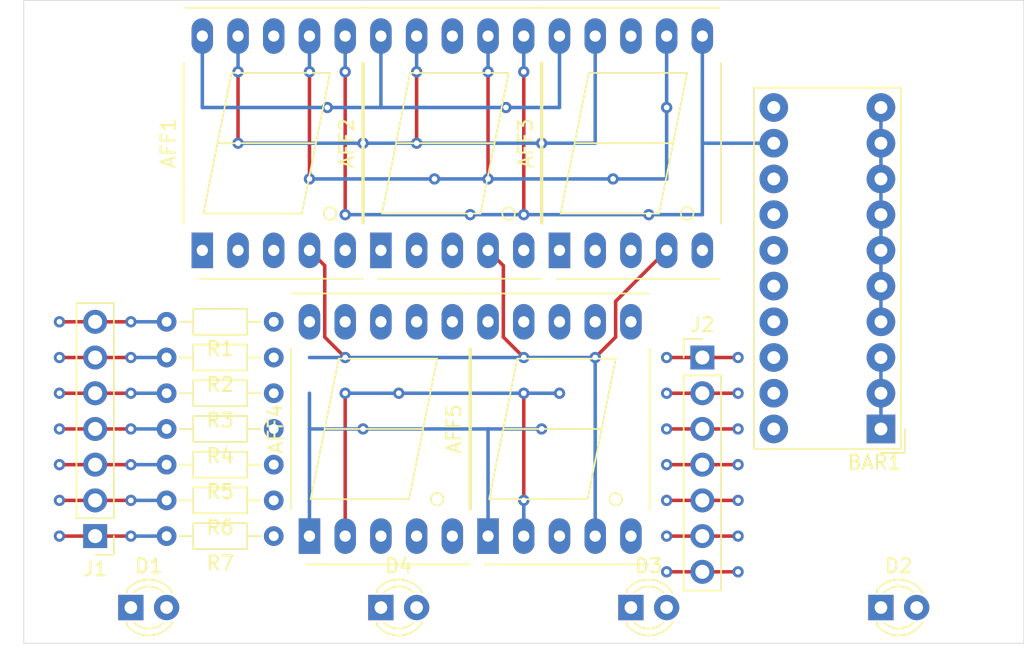
<source format=kicad_pcb>
(kicad_pcb (version 20171130) (host pcbnew 5.1.10-1.fc34)

  (general
    (thickness 1.6)
    (drawings 12)
    (tracks 174)
    (zones 0)
    (modules 19)
    (nets 22)
  )

  (page A4)
  (layers
    (0 F.Cu signal)
    (1 In1.Cu signal)
    (2 In2.Cu signal)
    (31 B.Cu signal)
    (32 B.Adhes user)
    (33 F.Adhes user)
    (34 B.Paste user)
    (35 F.Paste user)
    (36 B.SilkS user)
    (37 F.SilkS user)
    (38 B.Mask user)
    (39 F.Mask user)
    (40 Dwgs.User user)
    (41 Cmts.User user)
    (42 Eco1.User user)
    (43 Eco2.User user)
    (44 Edge.Cuts user)
    (45 Margin user)
    (46 B.CrtYd user)
    (47 F.CrtYd user)
    (48 B.Fab user)
    (49 F.Fab user)
  )

  (setup
    (last_trace_width 0.25)
    (trace_clearance 0.2)
    (zone_clearance 0.508)
    (zone_45_only no)
    (trace_min 0.2)
    (via_size 0.8)
    (via_drill 0.4)
    (via_min_size 0.4)
    (via_min_drill 0.3)
    (uvia_size 0.3)
    (uvia_drill 0.1)
    (uvias_allowed no)
    (uvia_min_size 0.2)
    (uvia_min_drill 0.1)
    (edge_width 0.05)
    (segment_width 0.2)
    (pcb_text_width 0.3)
    (pcb_text_size 1.5 1.5)
    (mod_edge_width 0.12)
    (mod_text_size 1 1)
    (mod_text_width 0.15)
    (pad_size 1.524 1.524)
    (pad_drill 0.762)
    (pad_to_mask_clearance 0)
    (aux_axis_origin 0 0)
    (grid_origin 114.3 43.18)
    (visible_elements FFFFFF7F)
    (pcbplotparams
      (layerselection 0x010fc_ffffffff)
      (usegerberextensions false)
      (usegerberattributes true)
      (usegerberadvancedattributes true)
      (creategerberjobfile true)
      (excludeedgelayer true)
      (linewidth 0.100000)
      (plotframeref false)
      (viasonmask false)
      (mode 1)
      (useauxorigin false)
      (hpglpennumber 1)
      (hpglpenspeed 20)
      (hpglpendiameter 15.000000)
      (psnegative false)
      (psa4output false)
      (plotreference true)
      (plotvalue true)
      (plotinvisibletext false)
      (padsonsilk false)
      (subtractmaskfromsilk false)
      (outputformat 1)
      (mirror false)
      (drillshape 1)
      (scaleselection 1)
      (outputdirectory ""))
  )

  (net 0 "")
  (net 1 /LED_S6)
  (net 2 /LED_S5)
  (net 3 /LED_D0)
  (net 4 /LED_S0)
  (net 5 /LED_S1)
  (net 6 /LED_S2)
  (net 7 /LED_S3)
  (net 8 /LED_S4)
  (net 9 /LED_D3)
  (net 10 /LED_D1)
  (net 11 /LED_D4)
  (net 12 /LED_D2)
  (net 13 /LED_D6)
  (net 14 /LED_D5)
  (net 15 "Net-(J1-Pad1)")
  (net 16 "Net-(J1-Pad4)")
  (net 17 "Net-(J1-Pad5)")
  (net 18 "Net-(J1-Pad7)")
  (net 19 "Net-(J1-Pad6)")
  (net 20 "Net-(J1-Pad3)")
  (net 21 "Net-(J1-Pad2)")

  (net_class Default "This is the default net class."
    (clearance 0.2)
    (trace_width 0.25)
    (via_dia 0.8)
    (via_drill 0.4)
    (uvia_dia 0.3)
    (uvia_drill 0.1)
    (add_net /LED_D0)
    (add_net /LED_D1)
    (add_net /LED_D2)
    (add_net /LED_D3)
    (add_net /LED_D4)
    (add_net /LED_D5)
    (add_net /LED_D6)
    (add_net /LED_S0)
    (add_net /LED_S1)
    (add_net /LED_S2)
    (add_net /LED_S3)
    (add_net /LED_S4)
    (add_net /LED_S5)
    (add_net /LED_S6)
    (add_net "Net-(J1-Pad1)")
    (add_net "Net-(J1-Pad2)")
    (add_net "Net-(J1-Pad3)")
    (add_net "Net-(J1-Pad4)")
    (add_net "Net-(J1-Pad5)")
    (add_net "Net-(J1-Pad6)")
    (add_net "Net-(J1-Pad7)")
  )

  (module Connector_PinHeader_2.54mm:PinHeader_1x07_P2.54mm_Vertical (layer F.Cu) (tedit 59FED5CC) (tstamp 60B98CC9)
    (at 114.3 88.9)
    (descr "Through hole straight pin header, 1x07, 2.54mm pitch, single row")
    (tags "Through hole pin header THT 1x07 2.54mm single row")
    (path /60C3182A)
    (fp_text reference J2 (at 0 -2.33) (layer F.SilkS)
      (effects (font (size 1 1) (thickness 0.15)))
    )
    (fp_text value Conn_01x07_Male (at 0 17.57) (layer F.Fab)
      (effects (font (size 1 1) (thickness 0.15)))
    )
    (fp_line (start -0.635 -1.27) (end 1.27 -1.27) (layer F.Fab) (width 0.1))
    (fp_line (start 1.27 -1.27) (end 1.27 16.51) (layer F.Fab) (width 0.1))
    (fp_line (start 1.27 16.51) (end -1.27 16.51) (layer F.Fab) (width 0.1))
    (fp_line (start -1.27 16.51) (end -1.27 -0.635) (layer F.Fab) (width 0.1))
    (fp_line (start -1.27 -0.635) (end -0.635 -1.27) (layer F.Fab) (width 0.1))
    (fp_line (start -1.33 16.57) (end 1.33 16.57) (layer F.SilkS) (width 0.12))
    (fp_line (start -1.33 1.27) (end -1.33 16.57) (layer F.SilkS) (width 0.12))
    (fp_line (start 1.33 1.27) (end 1.33 16.57) (layer F.SilkS) (width 0.12))
    (fp_line (start -1.33 1.27) (end 1.33 1.27) (layer F.SilkS) (width 0.12))
    (fp_line (start -1.33 0) (end -1.33 -1.33) (layer F.SilkS) (width 0.12))
    (fp_line (start -1.33 -1.33) (end 0 -1.33) (layer F.SilkS) (width 0.12))
    (fp_line (start -1.8 -1.8) (end -1.8 17.05) (layer F.CrtYd) (width 0.05))
    (fp_line (start -1.8 17.05) (end 1.8 17.05) (layer F.CrtYd) (width 0.05))
    (fp_line (start 1.8 17.05) (end 1.8 -1.8) (layer F.CrtYd) (width 0.05))
    (fp_line (start 1.8 -1.8) (end -1.8 -1.8) (layer F.CrtYd) (width 0.05))
    (fp_text user %R (at 0 7.62 90) (layer F.Fab)
      (effects (font (size 1 1) (thickness 0.15)))
    )
    (pad 7 thru_hole oval (at 0 15.24) (size 1.7 1.7) (drill 1) (layers *.Cu *.Mask)
      (net 13 /LED_D6))
    (pad 6 thru_hole oval (at 0 12.7) (size 1.7 1.7) (drill 1) (layers *.Cu *.Mask)
      (net 14 /LED_D5))
    (pad 5 thru_hole oval (at 0 10.16) (size 1.7 1.7) (drill 1) (layers *.Cu *.Mask)
      (net 11 /LED_D4))
    (pad 4 thru_hole oval (at 0 7.62) (size 1.7 1.7) (drill 1) (layers *.Cu *.Mask)
      (net 9 /LED_D3))
    (pad 3 thru_hole oval (at 0 5.08) (size 1.7 1.7) (drill 1) (layers *.Cu *.Mask)
      (net 12 /LED_D2))
    (pad 2 thru_hole oval (at 0 2.54) (size 1.7 1.7) (drill 1) (layers *.Cu *.Mask)
      (net 10 /LED_D1))
    (pad 1 thru_hole rect (at 0 0) (size 1.7 1.7) (drill 1) (layers *.Cu *.Mask)
      (net 3 /LED_D0))
    (model ${KISYS3DMOD}/Connector_PinHeader_2.54mm.3dshapes/PinHeader_1x07_P2.54mm_Vertical.wrl
      (at (xyz 0 0 0))
      (scale (xyz 1 1 1))
      (rotate (xyz 0 0 0))
    )
  )

  (module Connector_PinHeader_2.54mm:PinHeader_1x07_P2.54mm_Vertical (layer F.Cu) (tedit 59FED5CC) (tstamp 602E21CA)
    (at 71.12 101.6 180)
    (descr "Through hole straight pin header, 1x07, 2.54mm pitch, single row")
    (tags "Through hole pin header THT 1x07 2.54mm single row")
    (path /60C2A21B)
    (fp_text reference J1 (at 0 -2.33) (layer F.SilkS)
      (effects (font (size 1 1) (thickness 0.15)))
    )
    (fp_text value Conn_01x07_Male (at 0 17.57) (layer F.Fab)
      (effects (font (size 1 1) (thickness 0.15)))
    )
    (fp_line (start -0.635 -1.27) (end 1.27 -1.27) (layer F.Fab) (width 0.1))
    (fp_line (start 1.27 -1.27) (end 1.27 16.51) (layer F.Fab) (width 0.1))
    (fp_line (start 1.27 16.51) (end -1.27 16.51) (layer F.Fab) (width 0.1))
    (fp_line (start -1.27 16.51) (end -1.27 -0.635) (layer F.Fab) (width 0.1))
    (fp_line (start -1.27 -0.635) (end -0.635 -1.27) (layer F.Fab) (width 0.1))
    (fp_line (start -1.33 16.57) (end 1.33 16.57) (layer F.SilkS) (width 0.12))
    (fp_line (start -1.33 1.27) (end -1.33 16.57) (layer F.SilkS) (width 0.12))
    (fp_line (start 1.33 1.27) (end 1.33 16.57) (layer F.SilkS) (width 0.12))
    (fp_line (start -1.33 1.27) (end 1.33 1.27) (layer F.SilkS) (width 0.12))
    (fp_line (start -1.33 0) (end -1.33 -1.33) (layer F.SilkS) (width 0.12))
    (fp_line (start -1.33 -1.33) (end 0 -1.33) (layer F.SilkS) (width 0.12))
    (fp_line (start -1.8 -1.8) (end -1.8 17.05) (layer F.CrtYd) (width 0.05))
    (fp_line (start -1.8 17.05) (end 1.8 17.05) (layer F.CrtYd) (width 0.05))
    (fp_line (start 1.8 17.05) (end 1.8 -1.8) (layer F.CrtYd) (width 0.05))
    (fp_line (start 1.8 -1.8) (end -1.8 -1.8) (layer F.CrtYd) (width 0.05))
    (fp_text user %R (at 0 7.62 90) (layer F.Fab)
      (effects (font (size 1 1) (thickness 0.15)))
    )
    (pad 7 thru_hole oval (at 0 15.24 180) (size 1.7 1.7) (drill 1) (layers *.Cu *.Mask)
      (net 18 "Net-(J1-Pad7)"))
    (pad 6 thru_hole oval (at 0 12.7 180) (size 1.7 1.7) (drill 1) (layers *.Cu *.Mask)
      (net 19 "Net-(J1-Pad6)"))
    (pad 5 thru_hole oval (at 0 10.16 180) (size 1.7 1.7) (drill 1) (layers *.Cu *.Mask)
      (net 17 "Net-(J1-Pad5)"))
    (pad 4 thru_hole oval (at 0 7.62 180) (size 1.7 1.7) (drill 1) (layers *.Cu *.Mask)
      (net 16 "Net-(J1-Pad4)"))
    (pad 3 thru_hole oval (at 0 5.08 180) (size 1.7 1.7) (drill 1) (layers *.Cu *.Mask)
      (net 20 "Net-(J1-Pad3)"))
    (pad 2 thru_hole oval (at 0 2.54 180) (size 1.7 1.7) (drill 1) (layers *.Cu *.Mask)
      (net 21 "Net-(J1-Pad2)"))
    (pad 1 thru_hole rect (at 0 0 180) (size 1.7 1.7) (drill 1) (layers *.Cu *.Mask)
      (net 15 "Net-(J1-Pad1)"))
    (model ${KISYS3DMOD}/Connector_PinHeader_2.54mm.3dshapes/PinHeader_1x07_P2.54mm_Vertical.wrl
      (at (xyz 0 0 0))
      (scale (xyz 1 1 1))
      (rotate (xyz 0 0 0))
    )
  )

  (module LED_THT:LED_D3.0mm (layer F.Cu) (tedit 587A3A7B) (tstamp 602E2177)
    (at 73.66 106.68)
    (descr "LED, diameter 3.0mm, 2 pins")
    (tags "LED diameter 3.0mm 2 pins")
    (path /60331377)
    (fp_text reference D1 (at 1.27 -2.96) (layer F.SilkS)
      (effects (font (size 1 1) (thickness 0.15)))
    )
    (fp_text value LED (at 1.27 2.96) (layer F.Fab)
      (effects (font (size 1 1) (thickness 0.15)))
    )
    (fp_line (start 3.7 -2.25) (end -1.15 -2.25) (layer F.CrtYd) (width 0.05))
    (fp_line (start 3.7 2.25) (end 3.7 -2.25) (layer F.CrtYd) (width 0.05))
    (fp_line (start -1.15 2.25) (end 3.7 2.25) (layer F.CrtYd) (width 0.05))
    (fp_line (start -1.15 -2.25) (end -1.15 2.25) (layer F.CrtYd) (width 0.05))
    (fp_line (start -0.29 1.08) (end -0.29 1.236) (layer F.SilkS) (width 0.12))
    (fp_line (start -0.29 -1.236) (end -0.29 -1.08) (layer F.SilkS) (width 0.12))
    (fp_line (start -0.23 -1.16619) (end -0.23 1.16619) (layer F.Fab) (width 0.1))
    (fp_circle (center 1.27 0) (end 2.77 0) (layer F.Fab) (width 0.1))
    (fp_arc (start 1.27 0) (end -0.23 -1.16619) (angle 284.3) (layer F.Fab) (width 0.1))
    (fp_arc (start 1.27 0) (end -0.29 -1.235516) (angle 108.8) (layer F.SilkS) (width 0.12))
    (fp_arc (start 1.27 0) (end -0.29 1.235516) (angle -108.8) (layer F.SilkS) (width 0.12))
    (fp_arc (start 1.27 0) (end 0.229039 -1.08) (angle 87.9) (layer F.SilkS) (width 0.12))
    (fp_arc (start 1.27 0) (end 0.229039 1.08) (angle -87.9) (layer F.SilkS) (width 0.12))
    (pad 1 thru_hole rect (at 0 0) (size 1.8 1.8) (drill 0.9) (layers *.Cu *.Mask)
      (net 7 /LED_S3))
    (pad 2 thru_hole circle (at 2.54 0) (size 1.8 1.8) (drill 0.9) (layers *.Cu *.Mask)
      (net 13 /LED_D6))
    (model ${KISYS3DMOD}/LED_THT.3dshapes/LED_D3.0mm.wrl
      (at (xyz 0 0 0))
      (scale (xyz 1 1 1))
      (rotate (xyz 0 0 0))
    )
  )

  (module Display_7Segment:7SegmentLED_LTS6760_LTS6780 (layer F.Cu) (tedit 5D86971C) (tstamp 60B97295)
    (at 99.06 101.6 90)
    (descr "7-Segment Display, LTS67x0, http://optoelectronics.liteon.com/upload/download/DS30-2001-355/S6760jd.pdf")
    (tags "7Segment LED LTS6760 LTS6780")
    (path /60B49BFA)
    (fp_text reference AFF5 (at 7.62 -2.42 90) (layer F.SilkS)
      (effects (font (size 1 1) (thickness 0.15)))
    )
    (fp_text value LTS-6960HR (at 7.62 12.58 90) (layer F.Fab)
      (effects (font (size 1 1) (thickness 0.15)))
    )
    (fp_line (start 1.905 -1.33) (end 13.335 -1.33) (layer F.SilkS) (width 0.12))
    (fp_line (start 1.905 11.49) (end 13.335 11.49) (layer F.SilkS) (width 0.12))
    (fp_line (start -2.015 -0.22) (end -2.015 11.38) (layer F.SilkS) (width 0.12))
    (fp_line (start 17.255 11.38) (end 17.255 -1.22) (layer F.SilkS) (width 0.12))
    (fp_line (start -2.16 -1.47) (end -2.16 11.63) (layer F.CrtYd) (width 0.05))
    (fp_line (start 17.4 -1.47) (end 17.4 11.63) (layer F.CrtYd) (width 0.05))
    (fp_line (start -2.16 -1.47) (end 17.4 -1.47) (layer F.CrtYd) (width 0.05))
    (fp_line (start -2.16 11.63) (end 17.4 11.63) (layer F.CrtYd) (width 0.05))
    (fp_line (start -0.905 -1.22) (end -1.905 -0.22) (layer F.Fab) (width 0.1))
    (fp_line (start 17.145 11.38) (end 17.145 -1.22) (layer F.Fab) (width 0.1))
    (fp_line (start -1.905 -0.22) (end -1.905 11.38) (layer F.Fab) (width 0.1))
    (fp_line (start -1.905 11.38) (end 17.145 11.38) (layer F.Fab) (width 0.1))
    (fp_line (start 12.62 2.08) (end 7.62 1.08) (layer F.SilkS) (width 0.12))
    (fp_line (start 7.62 1.08) (end 2.62 0.08) (layer F.SilkS) (width 0.12))
    (fp_line (start 2.62 0.08) (end 2.62 7.08) (layer F.SilkS) (width 0.12))
    (fp_line (start 2.62 7.08) (end 7.62 8.08) (layer F.SilkS) (width 0.12))
    (fp_line (start 12.62 9.08) (end 7.62 8.08) (layer F.SilkS) (width 0.12))
    (fp_line (start 7.62 8.08) (end 7.62 1.08) (layer F.SilkS) (width 0.12))
    (fp_line (start 12.62 2.08) (end 12.62 9.08) (layer F.SilkS) (width 0.12))
    (fp_circle (center 2.62 9.08) (end 3.067214 9.08) (layer F.SilkS) (width 0.12))
    (fp_line (start -0.905 -1.22) (end 17.145 -1.22) (layer F.Fab) (width 0.1))
    (fp_text user %R (at 7.87 5.08 90) (layer F.Fab)
      (effects (font (size 1 1) (thickness 0.15)))
    )
    (pad 10 thru_hole oval (at 15.24 0) (size 1.524 2.524) (drill 0.8) (layers *.Cu *.Mask)
      (net 1 /LED_S6))
    (pad 9 thru_hole oval (at 15.24 2.54) (size 1.524 2.524) (drill 0.8) (layers *.Cu *.Mask)
      (net 2 /LED_S5))
    (pad 8 thru_hole oval (at 15.24 5.08) (size 1.524 2.524) (drill 0.8) (layers *.Cu *.Mask)
      (net 12 /LED_D2))
    (pad 7 thru_hole oval (at 15.24 7.62) (size 1.524 2.524) (drill 0.8) (layers *.Cu *.Mask)
      (net 4 /LED_S0))
    (pad 6 thru_hole oval (at 15.24 10.16) (size 1.524 2.524) (drill 0.8) (layers *.Cu *.Mask)
      (net 5 /LED_S1))
    (pad 5 thru_hole oval (at 0 10.16) (size 1.524 2.524) (drill 0.8) (layers *.Cu *.Mask))
    (pad 4 thru_hole oval (at 0 7.62) (size 1.524 2.524) (drill 0.8) (layers *.Cu *.Mask)
      (net 6 /LED_S2))
    (pad 3 thru_hole oval (at 0 5.08) (size 1.524 2.524) (drill 0.8) (layers *.Cu *.Mask))
    (pad 2 thru_hole oval (at 0 2.54) (size 1.524 2.524) (drill 0.8) (layers *.Cu *.Mask)
      (net 7 /LED_S3))
    (pad 1 thru_hole rect (at 0 0) (size 1.524 2.524) (drill 0.8) (layers *.Cu *.Mask)
      (net 8 /LED_S4))
    (model ${KISYS3DMOD}/Display_7Segment.3dshapes/7SegmentLED_LTS6760_LTS6780.wrl
      (at (xyz 0 0 0))
      (scale (xyz 1 1 1))
      (rotate (xyz 0 0 0))
    )
  )

  (module Display_7Segment:7SegmentLED_LTS6760_LTS6780 (layer F.Cu) (tedit 5D86971C) (tstamp 60B9722C)
    (at 91.44 81.28 90)
    (descr "7-Segment Display, LTS67x0, http://optoelectronics.liteon.com/upload/download/DS30-2001-355/S6760jd.pdf")
    (tags "7Segment LED LTS6760 LTS6780")
    (path /60A89D10)
    (fp_text reference AFF2 (at 7.62 -2.42 90) (layer F.SilkS)
      (effects (font (size 1 1) (thickness 0.15)))
    )
    (fp_text value LTS-6960HR (at 7.62 12.58 90) (layer F.Fab)
      (effects (font (size 1 1) (thickness 0.15)))
    )
    (fp_line (start -0.905 -1.22) (end 17.145 -1.22) (layer F.Fab) (width 0.1))
    (fp_circle (center 2.62 9.08) (end 3.067214 9.08) (layer F.SilkS) (width 0.12))
    (fp_line (start 12.62 2.08) (end 12.62 9.08) (layer F.SilkS) (width 0.12))
    (fp_line (start 7.62 8.08) (end 7.62 1.08) (layer F.SilkS) (width 0.12))
    (fp_line (start 12.62 9.08) (end 7.62 8.08) (layer F.SilkS) (width 0.12))
    (fp_line (start 2.62 7.08) (end 7.62 8.08) (layer F.SilkS) (width 0.12))
    (fp_line (start 2.62 0.08) (end 2.62 7.08) (layer F.SilkS) (width 0.12))
    (fp_line (start 7.62 1.08) (end 2.62 0.08) (layer F.SilkS) (width 0.12))
    (fp_line (start 12.62 2.08) (end 7.62 1.08) (layer F.SilkS) (width 0.12))
    (fp_line (start -1.905 11.38) (end 17.145 11.38) (layer F.Fab) (width 0.1))
    (fp_line (start -1.905 -0.22) (end -1.905 11.38) (layer F.Fab) (width 0.1))
    (fp_line (start 17.145 11.38) (end 17.145 -1.22) (layer F.Fab) (width 0.1))
    (fp_line (start -0.905 -1.22) (end -1.905 -0.22) (layer F.Fab) (width 0.1))
    (fp_line (start -2.16 11.63) (end 17.4 11.63) (layer F.CrtYd) (width 0.05))
    (fp_line (start -2.16 -1.47) (end 17.4 -1.47) (layer F.CrtYd) (width 0.05))
    (fp_line (start 17.4 -1.47) (end 17.4 11.63) (layer F.CrtYd) (width 0.05))
    (fp_line (start -2.16 -1.47) (end -2.16 11.63) (layer F.CrtYd) (width 0.05))
    (fp_line (start 17.255 11.38) (end 17.255 -1.22) (layer F.SilkS) (width 0.12))
    (fp_line (start -2.015 -0.22) (end -2.015 11.38) (layer F.SilkS) (width 0.12))
    (fp_line (start 1.905 11.49) (end 13.335 11.49) (layer F.SilkS) (width 0.12))
    (fp_line (start 1.905 -1.33) (end 13.335 -1.33) (layer F.SilkS) (width 0.12))
    (fp_text user %R (at 7.87 5.08 90) (layer F.Fab)
      (effects (font (size 1 1) (thickness 0.15)))
    )
    (pad 1 thru_hole rect (at 0 0) (size 1.524 2.524) (drill 0.8) (layers *.Cu *.Mask)
      (net 8 /LED_S4))
    (pad 2 thru_hole oval (at 0 2.54) (size 1.524 2.524) (drill 0.8) (layers *.Cu *.Mask)
      (net 7 /LED_S3))
    (pad 3 thru_hole oval (at 0 5.08) (size 1.524 2.524) (drill 0.8) (layers *.Cu *.Mask)
      (net 9 /LED_D3))
    (pad 4 thru_hole oval (at 0 7.62) (size 1.524 2.524) (drill 0.8) (layers *.Cu *.Mask)
      (net 6 /LED_S2))
    (pad 5 thru_hole oval (at 0 10.16) (size 1.524 2.524) (drill 0.8) (layers *.Cu *.Mask))
    (pad 6 thru_hole oval (at 15.24 10.16) (size 1.524 2.524) (drill 0.8) (layers *.Cu *.Mask)
      (net 5 /LED_S1))
    (pad 7 thru_hole oval (at 15.24 7.62) (size 1.524 2.524) (drill 0.8) (layers *.Cu *.Mask)
      (net 4 /LED_S0))
    (pad 8 thru_hole oval (at 15.24 5.08) (size 1.524 2.524) (drill 0.8) (layers *.Cu *.Mask))
    (pad 9 thru_hole oval (at 15.24 2.54) (size 1.524 2.524) (drill 0.8) (layers *.Cu *.Mask)
      (net 2 /LED_S5))
    (pad 10 thru_hole oval (at 15.24 0) (size 1.524 2.524) (drill 0.8) (layers *.Cu *.Mask)
      (net 1 /LED_S6))
    (model ${KISYS3DMOD}/Display_7Segment.3dshapes/7SegmentLED_LTS6760_LTS6780.wrl
      (at (xyz 0 0 0))
      (scale (xyz 1 1 1))
      (rotate (xyz 0 0 0))
    )
  )

  (module Display_7Segment:7SegmentLED_LTS6760_LTS6780 (layer F.Cu) (tedit 5D86971C) (tstamp 60B97301)
    (at 104.14 81.28 90)
    (descr "7-Segment Display, LTS67x0, http://optoelectronics.liteon.com/upload/download/DS30-2001-355/S6760jd.pdf")
    (tags "7Segment LED LTS6760 LTS6780")
    (path /60B00F52)
    (fp_text reference AFF3 (at 7.62 -2.42 90) (layer F.SilkS)
      (effects (font (size 1 1) (thickness 0.15)))
    )
    (fp_text value LTS-6960HR (at 7.62 12.58 90) (layer F.Fab)
      (effects (font (size 1 1) (thickness 0.15)))
    )
    (fp_line (start 1.905 -1.33) (end 13.335 -1.33) (layer F.SilkS) (width 0.12))
    (fp_line (start 1.905 11.49) (end 13.335 11.49) (layer F.SilkS) (width 0.12))
    (fp_line (start -2.015 -0.22) (end -2.015 11.38) (layer F.SilkS) (width 0.12))
    (fp_line (start 17.255 11.38) (end 17.255 -1.22) (layer F.SilkS) (width 0.12))
    (fp_line (start -2.16 -1.47) (end -2.16 11.63) (layer F.CrtYd) (width 0.05))
    (fp_line (start 17.4 -1.47) (end 17.4 11.63) (layer F.CrtYd) (width 0.05))
    (fp_line (start -2.16 -1.47) (end 17.4 -1.47) (layer F.CrtYd) (width 0.05))
    (fp_line (start -2.16 11.63) (end 17.4 11.63) (layer F.CrtYd) (width 0.05))
    (fp_line (start -0.905 -1.22) (end -1.905 -0.22) (layer F.Fab) (width 0.1))
    (fp_line (start 17.145 11.38) (end 17.145 -1.22) (layer F.Fab) (width 0.1))
    (fp_line (start -1.905 -0.22) (end -1.905 11.38) (layer F.Fab) (width 0.1))
    (fp_line (start -1.905 11.38) (end 17.145 11.38) (layer F.Fab) (width 0.1))
    (fp_line (start 12.62 2.08) (end 7.62 1.08) (layer F.SilkS) (width 0.12))
    (fp_line (start 7.62 1.08) (end 2.62 0.08) (layer F.SilkS) (width 0.12))
    (fp_line (start 2.62 0.08) (end 2.62 7.08) (layer F.SilkS) (width 0.12))
    (fp_line (start 2.62 7.08) (end 7.62 8.08) (layer F.SilkS) (width 0.12))
    (fp_line (start 12.62 9.08) (end 7.62 8.08) (layer F.SilkS) (width 0.12))
    (fp_line (start 7.62 8.08) (end 7.62 1.08) (layer F.SilkS) (width 0.12))
    (fp_line (start 12.62 2.08) (end 12.62 9.08) (layer F.SilkS) (width 0.12))
    (fp_circle (center 2.62 9.08) (end 3.067214 9.08) (layer F.SilkS) (width 0.12))
    (fp_line (start -0.905 -1.22) (end 17.145 -1.22) (layer F.Fab) (width 0.1))
    (fp_text user %R (at 7.87 5.08 90) (layer F.Fab)
      (effects (font (size 1 1) (thickness 0.15)))
    )
    (pad 10 thru_hole oval (at 15.24 0) (size 1.524 2.524) (drill 0.8) (layers *.Cu *.Mask)
      (net 1 /LED_S6))
    (pad 9 thru_hole oval (at 15.24 2.54) (size 1.524 2.524) (drill 0.8) (layers *.Cu *.Mask)
      (net 2 /LED_S5))
    (pad 8 thru_hole oval (at 15.24 5.08) (size 1.524 2.524) (drill 0.8) (layers *.Cu *.Mask))
    (pad 7 thru_hole oval (at 15.24 7.62) (size 1.524 2.524) (drill 0.8) (layers *.Cu *.Mask)
      (net 4 /LED_S0))
    (pad 6 thru_hole oval (at 15.24 10.16) (size 1.524 2.524) (drill 0.8) (layers *.Cu *.Mask)
      (net 5 /LED_S1))
    (pad 5 thru_hole oval (at 0 10.16) (size 1.524 2.524) (drill 0.8) (layers *.Cu *.Mask))
    (pad 4 thru_hole oval (at 0 7.62) (size 1.524 2.524) (drill 0.8) (layers *.Cu *.Mask)
      (net 6 /LED_S2))
    (pad 3 thru_hole oval (at 0 5.08) (size 1.524 2.524) (drill 0.8) (layers *.Cu *.Mask)
      (net 10 /LED_D1))
    (pad 2 thru_hole oval (at 0 2.54) (size 1.524 2.524) (drill 0.8) (layers *.Cu *.Mask)
      (net 7 /LED_S3))
    (pad 1 thru_hole rect (at 0 0) (size 1.524 2.524) (drill 0.8) (layers *.Cu *.Mask)
      (net 8 /LED_S4))
    (model ${KISYS3DMOD}/Display_7Segment.3dshapes/7SegmentLED_LTS6760_LTS6780.wrl
      (at (xyz 0 0 0))
      (scale (xyz 1 1 1))
      (rotate (xyz 0 0 0))
    )
  )

  (module Display_7Segment:7SegmentLED_LTS6760_LTS6780 (layer F.Cu) (tedit 5D86971C) (tstamp 60B973D3)
    (at 78.74 81.28 90)
    (descr "7-Segment Display, LTS67x0, http://optoelectronics.liteon.com/upload/download/DS30-2001-355/S6760jd.pdf")
    (tags "7Segment LED LTS6760 LTS6780")
    (path /6090E8FF)
    (fp_text reference AFF1 (at 7.62 -2.42 90) (layer F.SilkS)
      (effects (font (size 1 1) (thickness 0.15)))
    )
    (fp_text value LTS-6960HR (at 7.62 12.58 90) (layer F.Fab)
      (effects (font (size 1 1) (thickness 0.15)))
    )
    (fp_line (start 1.905 -1.33) (end 13.335 -1.33) (layer F.SilkS) (width 0.12))
    (fp_line (start 1.905 11.49) (end 13.335 11.49) (layer F.SilkS) (width 0.12))
    (fp_line (start -2.015 -0.22) (end -2.015 11.38) (layer F.SilkS) (width 0.12))
    (fp_line (start 17.255 11.38) (end 17.255 -1.22) (layer F.SilkS) (width 0.12))
    (fp_line (start -2.16 -1.47) (end -2.16 11.63) (layer F.CrtYd) (width 0.05))
    (fp_line (start 17.4 -1.47) (end 17.4 11.63) (layer F.CrtYd) (width 0.05))
    (fp_line (start -2.16 -1.47) (end 17.4 -1.47) (layer F.CrtYd) (width 0.05))
    (fp_line (start -2.16 11.63) (end 17.4 11.63) (layer F.CrtYd) (width 0.05))
    (fp_line (start -0.905 -1.22) (end -1.905 -0.22) (layer F.Fab) (width 0.1))
    (fp_line (start 17.145 11.38) (end 17.145 -1.22) (layer F.Fab) (width 0.1))
    (fp_line (start -1.905 -0.22) (end -1.905 11.38) (layer F.Fab) (width 0.1))
    (fp_line (start -1.905 11.38) (end 17.145 11.38) (layer F.Fab) (width 0.1))
    (fp_line (start 12.62 2.08) (end 7.62 1.08) (layer F.SilkS) (width 0.12))
    (fp_line (start 7.62 1.08) (end 2.62 0.08) (layer F.SilkS) (width 0.12))
    (fp_line (start 2.62 0.08) (end 2.62 7.08) (layer F.SilkS) (width 0.12))
    (fp_line (start 2.62 7.08) (end 7.62 8.08) (layer F.SilkS) (width 0.12))
    (fp_line (start 12.62 9.08) (end 7.62 8.08) (layer F.SilkS) (width 0.12))
    (fp_line (start 7.62 8.08) (end 7.62 1.08) (layer F.SilkS) (width 0.12))
    (fp_line (start 12.62 2.08) (end 12.62 9.08) (layer F.SilkS) (width 0.12))
    (fp_circle (center 2.62 9.08) (end 3.067214 9.08) (layer F.SilkS) (width 0.12))
    (fp_line (start -0.905 -1.22) (end 17.145 -1.22) (layer F.Fab) (width 0.1))
    (fp_text user %R (at 7.87 5.08 90) (layer F.Fab)
      (effects (font (size 1 1) (thickness 0.15)))
    )
    (pad 10 thru_hole oval (at 15.24 0) (size 1.524 2.524) (drill 0.8) (layers *.Cu *.Mask)
      (net 1 /LED_S6))
    (pad 9 thru_hole oval (at 15.24 2.54) (size 1.524 2.524) (drill 0.8) (layers *.Cu *.Mask)
      (net 2 /LED_S5))
    (pad 8 thru_hole oval (at 15.24 5.08) (size 1.524 2.524) (drill 0.8) (layers *.Cu *.Mask))
    (pad 7 thru_hole oval (at 15.24 7.62) (size 1.524 2.524) (drill 0.8) (layers *.Cu *.Mask)
      (net 4 /LED_S0))
    (pad 6 thru_hole oval (at 15.24 10.16) (size 1.524 2.524) (drill 0.8) (layers *.Cu *.Mask)
      (net 5 /LED_S1))
    (pad 5 thru_hole oval (at 0 10.16) (size 1.524 2.524) (drill 0.8) (layers *.Cu *.Mask))
    (pad 4 thru_hole oval (at 0 7.62) (size 1.524 2.524) (drill 0.8) (layers *.Cu *.Mask)
      (net 6 /LED_S2))
    (pad 3 thru_hole oval (at 0 5.08) (size 1.524 2.524) (drill 0.8) (layers *.Cu *.Mask)
      (net 3 /LED_D0))
    (pad 2 thru_hole oval (at 0 2.54) (size 1.524 2.524) (drill 0.8) (layers *.Cu *.Mask)
      (net 7 /LED_S3))
    (pad 1 thru_hole rect (at 0 0) (size 1.524 2.524) (drill 0.8) (layers *.Cu *.Mask)
      (net 8 /LED_S4))
    (model ${KISYS3DMOD}/Display_7Segment.3dshapes/7SegmentLED_LTS6760_LTS6780.wrl
      (at (xyz 0 0 0))
      (scale (xyz 1 1 1))
      (rotate (xyz 0 0 0))
    )
  )

  (module Display_7Segment:7SegmentLED_LTS6760_LTS6780 (layer F.Cu) (tedit 5D86971C) (tstamp 60B9736A)
    (at 86.36 101.6 90)
    (descr "7-Segment Display, LTS67x0, http://optoelectronics.liteon.com/upload/download/DS30-2001-355/S6760jd.pdf")
    (tags "7Segment LED LTS6760 LTS6780")
    (path /60B00F71)
    (fp_text reference AFF4 (at 7.62 -2.42 90) (layer F.SilkS)
      (effects (font (size 1 1) (thickness 0.15)))
    )
    (fp_text value LTS-6960HR (at 7.62 12.58 90) (layer F.Fab)
      (effects (font (size 1 1) (thickness 0.15)))
    )
    (fp_line (start -0.905 -1.22) (end 17.145 -1.22) (layer F.Fab) (width 0.1))
    (fp_circle (center 2.62 9.08) (end 3.067214 9.08) (layer F.SilkS) (width 0.12))
    (fp_line (start 12.62 2.08) (end 12.62 9.08) (layer F.SilkS) (width 0.12))
    (fp_line (start 7.62 8.08) (end 7.62 1.08) (layer F.SilkS) (width 0.12))
    (fp_line (start 12.62 9.08) (end 7.62 8.08) (layer F.SilkS) (width 0.12))
    (fp_line (start 2.62 7.08) (end 7.62 8.08) (layer F.SilkS) (width 0.12))
    (fp_line (start 2.62 0.08) (end 2.62 7.08) (layer F.SilkS) (width 0.12))
    (fp_line (start 7.62 1.08) (end 2.62 0.08) (layer F.SilkS) (width 0.12))
    (fp_line (start 12.62 2.08) (end 7.62 1.08) (layer F.SilkS) (width 0.12))
    (fp_line (start -1.905 11.38) (end 17.145 11.38) (layer F.Fab) (width 0.1))
    (fp_line (start -1.905 -0.22) (end -1.905 11.38) (layer F.Fab) (width 0.1))
    (fp_line (start 17.145 11.38) (end 17.145 -1.22) (layer F.Fab) (width 0.1))
    (fp_line (start -0.905 -1.22) (end -1.905 -0.22) (layer F.Fab) (width 0.1))
    (fp_line (start -2.16 11.63) (end 17.4 11.63) (layer F.CrtYd) (width 0.05))
    (fp_line (start -2.16 -1.47) (end 17.4 -1.47) (layer F.CrtYd) (width 0.05))
    (fp_line (start 17.4 -1.47) (end 17.4 11.63) (layer F.CrtYd) (width 0.05))
    (fp_line (start -2.16 -1.47) (end -2.16 11.63) (layer F.CrtYd) (width 0.05))
    (fp_line (start 17.255 11.38) (end 17.255 -1.22) (layer F.SilkS) (width 0.12))
    (fp_line (start -2.015 -0.22) (end -2.015 11.38) (layer F.SilkS) (width 0.12))
    (fp_line (start 1.905 11.49) (end 13.335 11.49) (layer F.SilkS) (width 0.12))
    (fp_line (start 1.905 -1.33) (end 13.335 -1.33) (layer F.SilkS) (width 0.12))
    (fp_text user %R (at 7.87 5.08 90) (layer F.Fab)
      (effects (font (size 1 1) (thickness 0.15)))
    )
    (pad 1 thru_hole rect (at 0 0) (size 1.524 2.524) (drill 0.8) (layers *.Cu *.Mask)
      (net 8 /LED_S4))
    (pad 2 thru_hole oval (at 0 2.54) (size 1.524 2.524) (drill 0.8) (layers *.Cu *.Mask)
      (net 7 /LED_S3))
    (pad 3 thru_hole oval (at 0 5.08) (size 1.524 2.524) (drill 0.8) (layers *.Cu *.Mask))
    (pad 4 thru_hole oval (at 0 7.62) (size 1.524 2.524) (drill 0.8) (layers *.Cu *.Mask)
      (net 6 /LED_S2))
    (pad 5 thru_hole oval (at 0 10.16) (size 1.524 2.524) (drill 0.8) (layers *.Cu *.Mask))
    (pad 6 thru_hole oval (at 15.24 10.16) (size 1.524 2.524) (drill 0.8) (layers *.Cu *.Mask)
      (net 5 /LED_S1))
    (pad 7 thru_hole oval (at 15.24 7.62) (size 1.524 2.524) (drill 0.8) (layers *.Cu *.Mask)
      (net 4 /LED_S0))
    (pad 8 thru_hole oval (at 15.24 5.08) (size 1.524 2.524) (drill 0.8) (layers *.Cu *.Mask)
      (net 11 /LED_D4))
    (pad 9 thru_hole oval (at 15.24 2.54) (size 1.524 2.524) (drill 0.8) (layers *.Cu *.Mask)
      (net 2 /LED_S5))
    (pad 10 thru_hole oval (at 15.24 0) (size 1.524 2.524) (drill 0.8) (layers *.Cu *.Mask)
      (net 1 /LED_S6))
    (model ${KISYS3DMOD}/Display_7Segment.3dshapes/7SegmentLED_LTS6760_LTS6780.wrl
      (at (xyz 0 0 0))
      (scale (xyz 1 1 1))
      (rotate (xyz 0 0 0))
    )
  )

  (module Display:HDSP-4830 (layer F.Cu) (tedit 5A02FE80) (tstamp 60B97440)
    (at 127 93.98 180)
    (descr "10-Element Red Bar Graph Array https://docs.broadcom.com/docs/AV02-1798EN")
    (tags "10-Element Red Bar Graph Array")
    (path /60332800)
    (fp_text reference BAR1 (at 0.47 -2.37) (layer F.SilkS)
      (effects (font (size 1 1) (thickness 0.15)))
    )
    (fp_text value HDSP-4830_2 (at 2.89 25.22) (layer F.Fab)
      (effects (font (size 1 1) (thickness 0.15)))
    )
    (fp_line (start 9.03 -1.41) (end 9.03 24.27) (layer F.SilkS) (width 0.12))
    (fp_line (start -1.41 -1.41) (end 9.03 -1.41) (layer F.SilkS) (width 0.12))
    (fp_line (start -1.41 24.27) (end -1.41 -1.41) (layer F.SilkS) (width 0.12))
    (fp_line (start 9.03 24.27) (end -1.41 24.27) (layer F.SilkS) (width 0.12))
    (fp_line (start 0 -1.27) (end 8.89 -1.27) (layer F.Fab) (width 0.1))
    (fp_line (start -1.27 0) (end -1.27 24.13) (layer F.Fab) (width 0.1))
    (fp_line (start -1.27 24.13) (end 8.89 24.13) (layer F.Fab) (width 0.1))
    (fp_line (start 8.89 -1.27) (end 8.89 24.13) (layer F.Fab) (width 0.1))
    (fp_line (start -1.52 -1.52) (end 9.14 -1.52) (layer F.CrtYd) (width 0.05))
    (fp_line (start -1.52 -1.52) (end -1.52 24.38) (layer F.CrtYd) (width 0.05))
    (fp_line (start 9.14 24.38) (end 9.14 -1.52) (layer F.CrtYd) (width 0.05))
    (fp_line (start -1.52 24.38) (end 9.14 24.38) (layer F.CrtYd) (width 0.05))
    (fp_line (start 0 -1.27) (end -1.27 0) (layer F.Fab) (width 0.1))
    (fp_line (start -1.7 -1.7) (end -1.7 0) (layer F.SilkS) (width 0.12))
    (fp_line (start 0 -1.7) (end -1.7 -1.7) (layer F.SilkS) (width 0.12))
    (fp_text user %R (at 4 12) (layer F.Fab)
      (effects (font (size 1 1) (thickness 0.1)))
    )
    (pad 1 thru_hole rect (at 0 0 90) (size 2.032 2.032) (drill 0.9144) (layers *.Cu *.Mask)
      (net 13 /LED_D6))
    (pad 2 thru_hole circle (at 0 2.54 90) (size 2.032 2.032) (drill 0.9144) (layers *.Cu *.Mask)
      (net 13 /LED_D6))
    (pad 3 thru_hole circle (at 0 5.08 90) (size 2.032 2.032) (drill 0.9144) (layers *.Cu *.Mask)
      (net 13 /LED_D6))
    (pad 4 thru_hole circle (at 0 7.62 90) (size 2.032 2.032) (drill 0.9144) (layers *.Cu *.Mask)
      (net 14 /LED_D5))
    (pad 13 thru_hole circle (at 7.62 17.78 90) (size 2.032 2.032) (drill 0.9144) (layers *.Cu *.Mask)
      (net 6 /LED_S2))
    (pad 14 thru_hole circle (at 7.62 15.24 90) (size 2.032 2.032) (drill 0.9144) (layers *.Cu *.Mask)
      (net 7 /LED_S3))
    (pad 15 thru_hole circle (at 7.62 12.7 90) (size 2.032 2.032) (drill 0.9144) (layers *.Cu *.Mask)
      (net 8 /LED_S4))
    (pad 16 thru_hole circle (at 7.62 10.16 90) (size 2.032 2.032) (drill 0.9144) (layers *.Cu *.Mask)
      (net 2 /LED_S5))
    (pad 5 thru_hole circle (at 0 10.16 90) (size 2.032 2.032) (drill 0.9144) (layers *.Cu *.Mask)
      (net 14 /LED_D5))
    (pad 6 thru_hole circle (at 0 12.7 90) (size 2.032 2.032) (drill 0.9144) (layers *.Cu *.Mask)
      (net 14 /LED_D5))
    (pad 7 thru_hole circle (at 0 15.24 90) (size 2.032 2.032) (drill 0.9144) (layers *.Cu *.Mask)
      (net 14 /LED_D5))
    (pad 8 thru_hole circle (at 0 17.78 90) (size 2.032 2.032) (drill 0.9144) (layers *.Cu *.Mask)
      (net 14 /LED_D5))
    (pad 12 thru_hole circle (at 7.62 20.32 90) (size 2.032 2.032) (drill 0.9144) (layers *.Cu *.Mask)
      (net 5 /LED_S1))
    (pad 11 thru_hole circle (at 7.62 22.86 90) (size 2.032 2.032) (drill 0.9144) (layers *.Cu *.Mask)
      (net 4 /LED_S0))
    (pad 10 thru_hole circle (at 0 22.86 90) (size 2.032 2.032) (drill 0.9144) (layers *.Cu *.Mask)
      (net 14 /LED_D5))
    (pad 9 thru_hole circle (at 0 20.32 90) (size 2.032 2.032) (drill 0.9144) (layers *.Cu *.Mask)
      (net 14 /LED_D5))
    (pad 17 thru_hole circle (at 7.62 7.62 90) (size 2.032 2.032) (drill 0.9144) (layers *.Cu *.Mask)
      (net 1 /LED_S6))
    (pad 18 thru_hole circle (at 7.62 5.08 90) (size 2.032 2.032) (drill 0.9144) (layers *.Cu *.Mask)
      (net 4 /LED_S0))
    (pad 19 thru_hole circle (at 7.62 2.54 90) (size 2.032 2.032) (drill 0.9144) (layers *.Cu *.Mask)
      (net 5 /LED_S1))
    (pad 20 thru_hole circle (at 7.62 0 90) (size 2.032 2.032) (drill 0.9144) (layers *.Cu *.Mask)
      (net 6 /LED_S2))
    (model ${KISYS3DMOD}/Display.3dshapes/HDSP-4830.wrl
      (at (xyz 0 0 0))
      (scale (xyz 1 1 1))
      (rotate (xyz 0 0 0))
    )
  )

  (module LED_THT:LED_D3.0mm (layer F.Cu) (tedit 587A3A7B) (tstamp 602E218A)
    (at 127 106.68)
    (descr "LED, diameter 3.0mm, 2 pins")
    (tags "LED diameter 3.0mm 2 pins")
    (path /60B826D7)
    (fp_text reference D2 (at 1.27 -2.96) (layer F.SilkS)
      (effects (font (size 1 1) (thickness 0.15)))
    )
    (fp_text value LED (at 1.27 2.96) (layer F.Fab)
      (effects (font (size 1 1) (thickness 0.15)))
    )
    (fp_circle (center 1.27 0) (end 2.77 0) (layer F.Fab) (width 0.1))
    (fp_line (start -0.23 -1.16619) (end -0.23 1.16619) (layer F.Fab) (width 0.1))
    (fp_line (start -0.29 -1.236) (end -0.29 -1.08) (layer F.SilkS) (width 0.12))
    (fp_line (start -0.29 1.08) (end -0.29 1.236) (layer F.SilkS) (width 0.12))
    (fp_line (start -1.15 -2.25) (end -1.15 2.25) (layer F.CrtYd) (width 0.05))
    (fp_line (start -1.15 2.25) (end 3.7 2.25) (layer F.CrtYd) (width 0.05))
    (fp_line (start 3.7 2.25) (end 3.7 -2.25) (layer F.CrtYd) (width 0.05))
    (fp_line (start 3.7 -2.25) (end -1.15 -2.25) (layer F.CrtYd) (width 0.05))
    (fp_arc (start 1.27 0) (end 0.229039 1.08) (angle -87.9) (layer F.SilkS) (width 0.12))
    (fp_arc (start 1.27 0) (end 0.229039 -1.08) (angle 87.9) (layer F.SilkS) (width 0.12))
    (fp_arc (start 1.27 0) (end -0.29 1.235516) (angle -108.8) (layer F.SilkS) (width 0.12))
    (fp_arc (start 1.27 0) (end -0.29 -1.235516) (angle 108.8) (layer F.SilkS) (width 0.12))
    (fp_arc (start 1.27 0) (end -0.23 -1.16619) (angle 284.3) (layer F.Fab) (width 0.1))
    (pad 2 thru_hole circle (at 2.54 0) (size 1.8 1.8) (drill 0.9) (layers *.Cu *.Mask)
      (net 13 /LED_D6))
    (pad 1 thru_hole rect (at 0 0) (size 1.8 1.8) (drill 0.9) (layers *.Cu *.Mask)
      (net 8 /LED_S4))
    (model ${KISYS3DMOD}/LED_THT.3dshapes/LED_D3.0mm.wrl
      (at (xyz 0 0 0))
      (scale (xyz 1 1 1))
      (rotate (xyz 0 0 0))
    )
  )

  (module LED_THT:LED_D3.0mm (layer F.Cu) (tedit 587A3A7B) (tstamp 602D9D95)
    (at 109.22 106.68)
    (descr "LED, diameter 3.0mm, 2 pins")
    (tags "LED diameter 3.0mm 2 pins")
    (path /60B83140)
    (fp_text reference D3 (at 1.27 -2.96) (layer F.SilkS)
      (effects (font (size 1 1) (thickness 0.15)))
    )
    (fp_text value LED (at 1.27 2.96) (layer F.Fab)
      (effects (font (size 1 1) (thickness 0.15)))
    )
    (fp_circle (center 1.27 0) (end 2.77 0) (layer F.Fab) (width 0.1))
    (fp_line (start -0.23 -1.16619) (end -0.23 1.16619) (layer F.Fab) (width 0.1))
    (fp_line (start -0.29 -1.236) (end -0.29 -1.08) (layer F.SilkS) (width 0.12))
    (fp_line (start -0.29 1.08) (end -0.29 1.236) (layer F.SilkS) (width 0.12))
    (fp_line (start -1.15 -2.25) (end -1.15 2.25) (layer F.CrtYd) (width 0.05))
    (fp_line (start -1.15 2.25) (end 3.7 2.25) (layer F.CrtYd) (width 0.05))
    (fp_line (start 3.7 2.25) (end 3.7 -2.25) (layer F.CrtYd) (width 0.05))
    (fp_line (start 3.7 -2.25) (end -1.15 -2.25) (layer F.CrtYd) (width 0.05))
    (fp_arc (start 1.27 0) (end 0.229039 1.08) (angle -87.9) (layer F.SilkS) (width 0.12))
    (fp_arc (start 1.27 0) (end 0.229039 -1.08) (angle 87.9) (layer F.SilkS) (width 0.12))
    (fp_arc (start 1.27 0) (end -0.29 1.235516) (angle -108.8) (layer F.SilkS) (width 0.12))
    (fp_arc (start 1.27 0) (end -0.29 -1.235516) (angle 108.8) (layer F.SilkS) (width 0.12))
    (fp_arc (start 1.27 0) (end -0.23 -1.16619) (angle 284.3) (layer F.Fab) (width 0.1))
    (pad 2 thru_hole circle (at 2.54 0) (size 1.8 1.8) (drill 0.9) (layers *.Cu *.Mask)
      (net 13 /LED_D6))
    (pad 1 thru_hole rect (at 0 0) (size 1.8 1.8) (drill 0.9) (layers *.Cu *.Mask)
      (net 2 /LED_S5))
    (model ${KISYS3DMOD}/LED_THT.3dshapes/LED_D3.0mm.wrl
      (at (xyz 0 0 0))
      (scale (xyz 1 1 1))
      (rotate (xyz 0 0 0))
    )
  )

  (module LED_THT:LED_D3.0mm (layer F.Cu) (tedit 587A3A7B) (tstamp 602E21B0)
    (at 91.44 106.68)
    (descr "LED, diameter 3.0mm, 2 pins")
    (tags "LED diameter 3.0mm 2 pins")
    (path /60B83C58)
    (fp_text reference D4 (at 1.27 -2.96) (layer F.SilkS)
      (effects (font (size 1 1) (thickness 0.15)))
    )
    (fp_text value LED (at 1.27 2.96) (layer F.Fab)
      (effects (font (size 1 1) (thickness 0.15)))
    )
    (fp_line (start 3.7 -2.25) (end -1.15 -2.25) (layer F.CrtYd) (width 0.05))
    (fp_line (start 3.7 2.25) (end 3.7 -2.25) (layer F.CrtYd) (width 0.05))
    (fp_line (start -1.15 2.25) (end 3.7 2.25) (layer F.CrtYd) (width 0.05))
    (fp_line (start -1.15 -2.25) (end -1.15 2.25) (layer F.CrtYd) (width 0.05))
    (fp_line (start -0.29 1.08) (end -0.29 1.236) (layer F.SilkS) (width 0.12))
    (fp_line (start -0.29 -1.236) (end -0.29 -1.08) (layer F.SilkS) (width 0.12))
    (fp_line (start -0.23 -1.16619) (end -0.23 1.16619) (layer F.Fab) (width 0.1))
    (fp_circle (center 1.27 0) (end 2.77 0) (layer F.Fab) (width 0.1))
    (fp_arc (start 1.27 0) (end -0.23 -1.16619) (angle 284.3) (layer F.Fab) (width 0.1))
    (fp_arc (start 1.27 0) (end -0.29 -1.235516) (angle 108.8) (layer F.SilkS) (width 0.12))
    (fp_arc (start 1.27 0) (end -0.29 1.235516) (angle -108.8) (layer F.SilkS) (width 0.12))
    (fp_arc (start 1.27 0) (end 0.229039 -1.08) (angle 87.9) (layer F.SilkS) (width 0.12))
    (fp_arc (start 1.27 0) (end 0.229039 1.08) (angle -87.9) (layer F.SilkS) (width 0.12))
    (pad 1 thru_hole rect (at 0 0) (size 1.8 1.8) (drill 0.9) (layers *.Cu *.Mask)
      (net 1 /LED_S6))
    (pad 2 thru_hole circle (at 2.54 0) (size 1.8 1.8) (drill 0.9) (layers *.Cu *.Mask)
      (net 13 /LED_D6))
    (model ${KISYS3DMOD}/LED_THT.3dshapes/LED_D3.0mm.wrl
      (at (xyz 0 0 0))
      (scale (xyz 1 1 1))
      (rotate (xyz 0 0 0))
    )
  )

  (module Resistor_THT:R_Axial_DIN0204_L3.6mm_D1.6mm_P7.62mm_Horizontal (layer F.Cu) (tedit 5AE5139B) (tstamp 602E21F9)
    (at 83.82 86.36 180)
    (descr "Resistor, Axial_DIN0204 series, Axial, Horizontal, pin pitch=7.62mm, 0.167W, length*diameter=3.6*1.6mm^2, http://cdn-reichelt.de/documents/datenblatt/B400/1_4W%23YAG.pdf")
    (tags "Resistor Axial_DIN0204 series Axial Horizontal pin pitch 7.62mm 0.167W length 3.6mm diameter 1.6mm")
    (path /6077F45E)
    (fp_text reference R1 (at 3.81 -1.92) (layer F.SilkS)
      (effects (font (size 1 1) (thickness 0.15)))
    )
    (fp_text value 220 (at 3.81 1.92) (layer F.Fab)
      (effects (font (size 1 1) (thickness 0.15)))
    )
    (fp_line (start 2.01 -0.8) (end 2.01 0.8) (layer F.Fab) (width 0.1))
    (fp_line (start 2.01 0.8) (end 5.61 0.8) (layer F.Fab) (width 0.1))
    (fp_line (start 5.61 0.8) (end 5.61 -0.8) (layer F.Fab) (width 0.1))
    (fp_line (start 5.61 -0.8) (end 2.01 -0.8) (layer F.Fab) (width 0.1))
    (fp_line (start 0 0) (end 2.01 0) (layer F.Fab) (width 0.1))
    (fp_line (start 7.62 0) (end 5.61 0) (layer F.Fab) (width 0.1))
    (fp_line (start 1.89 -0.92) (end 1.89 0.92) (layer F.SilkS) (width 0.12))
    (fp_line (start 1.89 0.92) (end 5.73 0.92) (layer F.SilkS) (width 0.12))
    (fp_line (start 5.73 0.92) (end 5.73 -0.92) (layer F.SilkS) (width 0.12))
    (fp_line (start 5.73 -0.92) (end 1.89 -0.92) (layer F.SilkS) (width 0.12))
    (fp_line (start 0.94 0) (end 1.89 0) (layer F.SilkS) (width 0.12))
    (fp_line (start 6.68 0) (end 5.73 0) (layer F.SilkS) (width 0.12))
    (fp_line (start -0.95 -1.05) (end -0.95 1.05) (layer F.CrtYd) (width 0.05))
    (fp_line (start -0.95 1.05) (end 8.57 1.05) (layer F.CrtYd) (width 0.05))
    (fp_line (start 8.57 1.05) (end 8.57 -1.05) (layer F.CrtYd) (width 0.05))
    (fp_line (start 8.57 -1.05) (end -0.95 -1.05) (layer F.CrtYd) (width 0.05))
    (fp_text user %R (at 3.81 0) (layer F.Fab)
      (effects (font (size 0.72 0.72) (thickness 0.108)))
    )
    (pad 2 thru_hole oval (at 7.62 0 180) (size 1.4 1.4) (drill 0.7) (layers *.Cu *.Mask)
      (net 18 "Net-(J1-Pad7)"))
    (pad 1 thru_hole circle (at 0 0 180) (size 1.4 1.4) (drill 0.7) (layers *.Cu *.Mask)
      (net 4 /LED_S0))
    (model ${KISYS3DMOD}/Resistor_THT.3dshapes/R_Axial_DIN0204_L3.6mm_D1.6mm_P7.62mm_Horizontal.wrl
      (at (xyz 0 0 0))
      (scale (xyz 1 1 1))
      (rotate (xyz 0 0 0))
    )
  )

  (module Resistor_THT:R_Axial_DIN0204_L3.6mm_D1.6mm_P7.62mm_Horizontal (layer F.Cu) (tedit 5AE5139B) (tstamp 602E2210)
    (at 83.82 88.9 180)
    (descr "Resistor, Axial_DIN0204 series, Axial, Horizontal, pin pitch=7.62mm, 0.167W, length*diameter=3.6*1.6mm^2, http://cdn-reichelt.de/documents/datenblatt/B400/1_4W%23YAG.pdf")
    (tags "Resistor Axial_DIN0204 series Axial Horizontal pin pitch 7.62mm 0.167W length 3.6mm diameter 1.6mm")
    (path /60B974C8)
    (fp_text reference R2 (at 3.81 -1.92) (layer F.SilkS)
      (effects (font (size 1 1) (thickness 0.15)))
    )
    (fp_text value 220 (at 3.81 1.92) (layer F.Fab)
      (effects (font (size 1 1) (thickness 0.15)))
    )
    (fp_line (start 8.57 -1.05) (end -0.95 -1.05) (layer F.CrtYd) (width 0.05))
    (fp_line (start 8.57 1.05) (end 8.57 -1.05) (layer F.CrtYd) (width 0.05))
    (fp_line (start -0.95 1.05) (end 8.57 1.05) (layer F.CrtYd) (width 0.05))
    (fp_line (start -0.95 -1.05) (end -0.95 1.05) (layer F.CrtYd) (width 0.05))
    (fp_line (start 6.68 0) (end 5.73 0) (layer F.SilkS) (width 0.12))
    (fp_line (start 0.94 0) (end 1.89 0) (layer F.SilkS) (width 0.12))
    (fp_line (start 5.73 -0.92) (end 1.89 -0.92) (layer F.SilkS) (width 0.12))
    (fp_line (start 5.73 0.92) (end 5.73 -0.92) (layer F.SilkS) (width 0.12))
    (fp_line (start 1.89 0.92) (end 5.73 0.92) (layer F.SilkS) (width 0.12))
    (fp_line (start 1.89 -0.92) (end 1.89 0.92) (layer F.SilkS) (width 0.12))
    (fp_line (start 7.62 0) (end 5.61 0) (layer F.Fab) (width 0.1))
    (fp_line (start 0 0) (end 2.01 0) (layer F.Fab) (width 0.1))
    (fp_line (start 5.61 -0.8) (end 2.01 -0.8) (layer F.Fab) (width 0.1))
    (fp_line (start 5.61 0.8) (end 5.61 -0.8) (layer F.Fab) (width 0.1))
    (fp_line (start 2.01 0.8) (end 5.61 0.8) (layer F.Fab) (width 0.1))
    (fp_line (start 2.01 -0.8) (end 2.01 0.8) (layer F.Fab) (width 0.1))
    (fp_text user %R (at 3.81 0) (layer F.Fab)
      (effects (font (size 0.72 0.72) (thickness 0.108)))
    )
    (pad 1 thru_hole circle (at 0 0 180) (size 1.4 1.4) (drill 0.7) (layers *.Cu *.Mask)
      (net 5 /LED_S1))
    (pad 2 thru_hole oval (at 7.62 0 180) (size 1.4 1.4) (drill 0.7) (layers *.Cu *.Mask)
      (net 19 "Net-(J1-Pad6)"))
    (model ${KISYS3DMOD}/Resistor_THT.3dshapes/R_Axial_DIN0204_L3.6mm_D1.6mm_P7.62mm_Horizontal.wrl
      (at (xyz 0 0 0))
      (scale (xyz 1 1 1))
      (rotate (xyz 0 0 0))
    )
  )

  (module Resistor_THT:R_Axial_DIN0204_L3.6mm_D1.6mm_P7.62mm_Horizontal (layer F.Cu) (tedit 5AE5139B) (tstamp 602E2227)
    (at 83.82 91.44 180)
    (descr "Resistor, Axial_DIN0204 series, Axial, Horizontal, pin pitch=7.62mm, 0.167W, length*diameter=3.6*1.6mm^2, http://cdn-reichelt.de/documents/datenblatt/B400/1_4W%23YAG.pdf")
    (tags "Resistor Axial_DIN0204 series Axial Horizontal pin pitch 7.62mm 0.167W length 3.6mm diameter 1.6mm")
    (path /60B97BFD)
    (fp_text reference R3 (at 3.81 -1.92) (layer F.SilkS)
      (effects (font (size 1 1) (thickness 0.15)))
    )
    (fp_text value 220 (at 3.81 1.92) (layer F.Fab)
      (effects (font (size 1 1) (thickness 0.15)))
    )
    (fp_line (start 2.01 -0.8) (end 2.01 0.8) (layer F.Fab) (width 0.1))
    (fp_line (start 2.01 0.8) (end 5.61 0.8) (layer F.Fab) (width 0.1))
    (fp_line (start 5.61 0.8) (end 5.61 -0.8) (layer F.Fab) (width 0.1))
    (fp_line (start 5.61 -0.8) (end 2.01 -0.8) (layer F.Fab) (width 0.1))
    (fp_line (start 0 0) (end 2.01 0) (layer F.Fab) (width 0.1))
    (fp_line (start 7.62 0) (end 5.61 0) (layer F.Fab) (width 0.1))
    (fp_line (start 1.89 -0.92) (end 1.89 0.92) (layer F.SilkS) (width 0.12))
    (fp_line (start 1.89 0.92) (end 5.73 0.92) (layer F.SilkS) (width 0.12))
    (fp_line (start 5.73 0.92) (end 5.73 -0.92) (layer F.SilkS) (width 0.12))
    (fp_line (start 5.73 -0.92) (end 1.89 -0.92) (layer F.SilkS) (width 0.12))
    (fp_line (start 0.94 0) (end 1.89 0) (layer F.SilkS) (width 0.12))
    (fp_line (start 6.68 0) (end 5.73 0) (layer F.SilkS) (width 0.12))
    (fp_line (start -0.95 -1.05) (end -0.95 1.05) (layer F.CrtYd) (width 0.05))
    (fp_line (start -0.95 1.05) (end 8.57 1.05) (layer F.CrtYd) (width 0.05))
    (fp_line (start 8.57 1.05) (end 8.57 -1.05) (layer F.CrtYd) (width 0.05))
    (fp_line (start 8.57 -1.05) (end -0.95 -1.05) (layer F.CrtYd) (width 0.05))
    (fp_text user %R (at 3.81 0) (layer F.Fab)
      (effects (font (size 0.72 0.72) (thickness 0.108)))
    )
    (pad 2 thru_hole oval (at 7.62 0 180) (size 1.4 1.4) (drill 0.7) (layers *.Cu *.Mask)
      (net 17 "Net-(J1-Pad5)"))
    (pad 1 thru_hole circle (at 0 0 180) (size 1.4 1.4) (drill 0.7) (layers *.Cu *.Mask)
      (net 6 /LED_S2))
    (model ${KISYS3DMOD}/Resistor_THT.3dshapes/R_Axial_DIN0204_L3.6mm_D1.6mm_P7.62mm_Horizontal.wrl
      (at (xyz 0 0 0))
      (scale (xyz 1 1 1))
      (rotate (xyz 0 0 0))
    )
  )

  (module Resistor_THT:R_Axial_DIN0204_L3.6mm_D1.6mm_P7.62mm_Horizontal (layer F.Cu) (tedit 5AE5139B) (tstamp 602E223E)
    (at 83.82 93.98 180)
    (descr "Resistor, Axial_DIN0204 series, Axial, Horizontal, pin pitch=7.62mm, 0.167W, length*diameter=3.6*1.6mm^2, http://cdn-reichelt.de/documents/datenblatt/B400/1_4W%23YAG.pdf")
    (tags "Resistor Axial_DIN0204 series Axial Horizontal pin pitch 7.62mm 0.167W length 3.6mm diameter 1.6mm")
    (path /60B98389)
    (fp_text reference R4 (at 3.81 -1.92) (layer F.SilkS)
      (effects (font (size 1 1) (thickness 0.15)))
    )
    (fp_text value 220 (at 3.81 1.92) (layer F.Fab)
      (effects (font (size 1 1) (thickness 0.15)))
    )
    (fp_line (start 8.57 -1.05) (end -0.95 -1.05) (layer F.CrtYd) (width 0.05))
    (fp_line (start 8.57 1.05) (end 8.57 -1.05) (layer F.CrtYd) (width 0.05))
    (fp_line (start -0.95 1.05) (end 8.57 1.05) (layer F.CrtYd) (width 0.05))
    (fp_line (start -0.95 -1.05) (end -0.95 1.05) (layer F.CrtYd) (width 0.05))
    (fp_line (start 6.68 0) (end 5.73 0) (layer F.SilkS) (width 0.12))
    (fp_line (start 0.94 0) (end 1.89 0) (layer F.SilkS) (width 0.12))
    (fp_line (start 5.73 -0.92) (end 1.89 -0.92) (layer F.SilkS) (width 0.12))
    (fp_line (start 5.73 0.92) (end 5.73 -0.92) (layer F.SilkS) (width 0.12))
    (fp_line (start 1.89 0.92) (end 5.73 0.92) (layer F.SilkS) (width 0.12))
    (fp_line (start 1.89 -0.92) (end 1.89 0.92) (layer F.SilkS) (width 0.12))
    (fp_line (start 7.62 0) (end 5.61 0) (layer F.Fab) (width 0.1))
    (fp_line (start 0 0) (end 2.01 0) (layer F.Fab) (width 0.1))
    (fp_line (start 5.61 -0.8) (end 2.01 -0.8) (layer F.Fab) (width 0.1))
    (fp_line (start 5.61 0.8) (end 5.61 -0.8) (layer F.Fab) (width 0.1))
    (fp_line (start 2.01 0.8) (end 5.61 0.8) (layer F.Fab) (width 0.1))
    (fp_line (start 2.01 -0.8) (end 2.01 0.8) (layer F.Fab) (width 0.1))
    (fp_text user %R (at 3.81 0) (layer F.Fab)
      (effects (font (size 0.72 0.72) (thickness 0.108)))
    )
    (pad 1 thru_hole circle (at 0 0 180) (size 1.4 1.4) (drill 0.7) (layers *.Cu *.Mask)
      (net 7 /LED_S3))
    (pad 2 thru_hole oval (at 7.62 0 180) (size 1.4 1.4) (drill 0.7) (layers *.Cu *.Mask)
      (net 16 "Net-(J1-Pad4)"))
    (model ${KISYS3DMOD}/Resistor_THT.3dshapes/R_Axial_DIN0204_L3.6mm_D1.6mm_P7.62mm_Horizontal.wrl
      (at (xyz 0 0 0))
      (scale (xyz 1 1 1))
      (rotate (xyz 0 0 0))
    )
  )

  (module Resistor_THT:R_Axial_DIN0204_L3.6mm_D1.6mm_P7.62mm_Horizontal (layer F.Cu) (tedit 5AE5139B) (tstamp 602E2255)
    (at 83.82 96.52 180)
    (descr "Resistor, Axial_DIN0204 series, Axial, Horizontal, pin pitch=7.62mm, 0.167W, length*diameter=3.6*1.6mm^2, http://cdn-reichelt.de/documents/datenblatt/B400/1_4W%23YAG.pdf")
    (tags "Resistor Axial_DIN0204 series Axial Horizontal pin pitch 7.62mm 0.167W length 3.6mm diameter 1.6mm")
    (path /60B98B37)
    (fp_text reference R5 (at 3.81 -1.92) (layer F.SilkS)
      (effects (font (size 1 1) (thickness 0.15)))
    )
    (fp_text value 220 (at 3.81 1.92) (layer F.Fab)
      (effects (font (size 1 1) (thickness 0.15)))
    )
    (fp_line (start 2.01 -0.8) (end 2.01 0.8) (layer F.Fab) (width 0.1))
    (fp_line (start 2.01 0.8) (end 5.61 0.8) (layer F.Fab) (width 0.1))
    (fp_line (start 5.61 0.8) (end 5.61 -0.8) (layer F.Fab) (width 0.1))
    (fp_line (start 5.61 -0.8) (end 2.01 -0.8) (layer F.Fab) (width 0.1))
    (fp_line (start 0 0) (end 2.01 0) (layer F.Fab) (width 0.1))
    (fp_line (start 7.62 0) (end 5.61 0) (layer F.Fab) (width 0.1))
    (fp_line (start 1.89 -0.92) (end 1.89 0.92) (layer F.SilkS) (width 0.12))
    (fp_line (start 1.89 0.92) (end 5.73 0.92) (layer F.SilkS) (width 0.12))
    (fp_line (start 5.73 0.92) (end 5.73 -0.92) (layer F.SilkS) (width 0.12))
    (fp_line (start 5.73 -0.92) (end 1.89 -0.92) (layer F.SilkS) (width 0.12))
    (fp_line (start 0.94 0) (end 1.89 0) (layer F.SilkS) (width 0.12))
    (fp_line (start 6.68 0) (end 5.73 0) (layer F.SilkS) (width 0.12))
    (fp_line (start -0.95 -1.05) (end -0.95 1.05) (layer F.CrtYd) (width 0.05))
    (fp_line (start -0.95 1.05) (end 8.57 1.05) (layer F.CrtYd) (width 0.05))
    (fp_line (start 8.57 1.05) (end 8.57 -1.05) (layer F.CrtYd) (width 0.05))
    (fp_line (start 8.57 -1.05) (end -0.95 -1.05) (layer F.CrtYd) (width 0.05))
    (fp_text user %R (at 3.81 0) (layer F.Fab)
      (effects (font (size 0.72 0.72) (thickness 0.108)))
    )
    (pad 2 thru_hole oval (at 7.62 0 180) (size 1.4 1.4) (drill 0.7) (layers *.Cu *.Mask)
      (net 20 "Net-(J1-Pad3)"))
    (pad 1 thru_hole circle (at 0 0 180) (size 1.4 1.4) (drill 0.7) (layers *.Cu *.Mask)
      (net 8 /LED_S4))
    (model ${KISYS3DMOD}/Resistor_THT.3dshapes/R_Axial_DIN0204_L3.6mm_D1.6mm_P7.62mm_Horizontal.wrl
      (at (xyz 0 0 0))
      (scale (xyz 1 1 1))
      (rotate (xyz 0 0 0))
    )
  )

  (module Resistor_THT:R_Axial_DIN0204_L3.6mm_D1.6mm_P7.62mm_Horizontal (layer F.Cu) (tedit 5AE5139B) (tstamp 602E226C)
    (at 83.82 99.06 180)
    (descr "Resistor, Axial_DIN0204 series, Axial, Horizontal, pin pitch=7.62mm, 0.167W, length*diameter=3.6*1.6mm^2, http://cdn-reichelt.de/documents/datenblatt/B400/1_4W%23YAG.pdf")
    (tags "Resistor Axial_DIN0204 series Axial Horizontal pin pitch 7.62mm 0.167W length 3.6mm diameter 1.6mm")
    (path /60B99366)
    (fp_text reference R6 (at 3.81 -1.92) (layer F.SilkS)
      (effects (font (size 1 1) (thickness 0.15)))
    )
    (fp_text value 220 (at 3.81 1.92) (layer F.Fab)
      (effects (font (size 1 1) (thickness 0.15)))
    )
    (fp_line (start 8.57 -1.05) (end -0.95 -1.05) (layer F.CrtYd) (width 0.05))
    (fp_line (start 8.57 1.05) (end 8.57 -1.05) (layer F.CrtYd) (width 0.05))
    (fp_line (start -0.95 1.05) (end 8.57 1.05) (layer F.CrtYd) (width 0.05))
    (fp_line (start -0.95 -1.05) (end -0.95 1.05) (layer F.CrtYd) (width 0.05))
    (fp_line (start 6.68 0) (end 5.73 0) (layer F.SilkS) (width 0.12))
    (fp_line (start 0.94 0) (end 1.89 0) (layer F.SilkS) (width 0.12))
    (fp_line (start 5.73 -0.92) (end 1.89 -0.92) (layer F.SilkS) (width 0.12))
    (fp_line (start 5.73 0.92) (end 5.73 -0.92) (layer F.SilkS) (width 0.12))
    (fp_line (start 1.89 0.92) (end 5.73 0.92) (layer F.SilkS) (width 0.12))
    (fp_line (start 1.89 -0.92) (end 1.89 0.92) (layer F.SilkS) (width 0.12))
    (fp_line (start 7.62 0) (end 5.61 0) (layer F.Fab) (width 0.1))
    (fp_line (start 0 0) (end 2.01 0) (layer F.Fab) (width 0.1))
    (fp_line (start 5.61 -0.8) (end 2.01 -0.8) (layer F.Fab) (width 0.1))
    (fp_line (start 5.61 0.8) (end 5.61 -0.8) (layer F.Fab) (width 0.1))
    (fp_line (start 2.01 0.8) (end 5.61 0.8) (layer F.Fab) (width 0.1))
    (fp_line (start 2.01 -0.8) (end 2.01 0.8) (layer F.Fab) (width 0.1))
    (fp_text user %R (at 3.81 0) (layer F.Fab)
      (effects (font (size 0.72 0.72) (thickness 0.108)))
    )
    (pad 1 thru_hole circle (at 0 0 180) (size 1.4 1.4) (drill 0.7) (layers *.Cu *.Mask)
      (net 2 /LED_S5))
    (pad 2 thru_hole oval (at 7.62 0 180) (size 1.4 1.4) (drill 0.7) (layers *.Cu *.Mask)
      (net 21 "Net-(J1-Pad2)"))
    (model ${KISYS3DMOD}/Resistor_THT.3dshapes/R_Axial_DIN0204_L3.6mm_D1.6mm_P7.62mm_Horizontal.wrl
      (at (xyz 0 0 0))
      (scale (xyz 1 1 1))
      (rotate (xyz 0 0 0))
    )
  )

  (module Resistor_THT:R_Axial_DIN0204_L3.6mm_D1.6mm_P7.62mm_Horizontal (layer F.Cu) (tedit 5AE5139B) (tstamp 602E2283)
    (at 83.82 101.6 180)
    (descr "Resistor, Axial_DIN0204 series, Axial, Horizontal, pin pitch=7.62mm, 0.167W, length*diameter=3.6*1.6mm^2, http://cdn-reichelt.de/documents/datenblatt/B400/1_4W%23YAG.pdf")
    (tags "Resistor Axial_DIN0204 series Axial Horizontal pin pitch 7.62mm 0.167W length 3.6mm diameter 1.6mm")
    (path /60B99B64)
    (fp_text reference R7 (at 3.81 -1.92) (layer F.SilkS)
      (effects (font (size 1 1) (thickness 0.15)))
    )
    (fp_text value 220 (at 3.81 1.92) (layer F.Fab)
      (effects (font (size 1 1) (thickness 0.15)))
    )
    (fp_line (start 2.01 -0.8) (end 2.01 0.8) (layer F.Fab) (width 0.1))
    (fp_line (start 2.01 0.8) (end 5.61 0.8) (layer F.Fab) (width 0.1))
    (fp_line (start 5.61 0.8) (end 5.61 -0.8) (layer F.Fab) (width 0.1))
    (fp_line (start 5.61 -0.8) (end 2.01 -0.8) (layer F.Fab) (width 0.1))
    (fp_line (start 0 0) (end 2.01 0) (layer F.Fab) (width 0.1))
    (fp_line (start 7.62 0) (end 5.61 0) (layer F.Fab) (width 0.1))
    (fp_line (start 1.89 -0.92) (end 1.89 0.92) (layer F.SilkS) (width 0.12))
    (fp_line (start 1.89 0.92) (end 5.73 0.92) (layer F.SilkS) (width 0.12))
    (fp_line (start 5.73 0.92) (end 5.73 -0.92) (layer F.SilkS) (width 0.12))
    (fp_line (start 5.73 -0.92) (end 1.89 -0.92) (layer F.SilkS) (width 0.12))
    (fp_line (start 0.94 0) (end 1.89 0) (layer F.SilkS) (width 0.12))
    (fp_line (start 6.68 0) (end 5.73 0) (layer F.SilkS) (width 0.12))
    (fp_line (start -0.95 -1.05) (end -0.95 1.05) (layer F.CrtYd) (width 0.05))
    (fp_line (start -0.95 1.05) (end 8.57 1.05) (layer F.CrtYd) (width 0.05))
    (fp_line (start 8.57 1.05) (end 8.57 -1.05) (layer F.CrtYd) (width 0.05))
    (fp_line (start 8.57 -1.05) (end -0.95 -1.05) (layer F.CrtYd) (width 0.05))
    (fp_text user %R (at 3.81 0) (layer F.Fab)
      (effects (font (size 0.72 0.72) (thickness 0.108)))
    )
    (pad 2 thru_hole oval (at 7.62 0 180) (size 1.4 1.4) (drill 0.7) (layers *.Cu *.Mask)
      (net 15 "Net-(J1-Pad1)"))
    (pad 1 thru_hole circle (at 0 0 180) (size 1.4 1.4) (drill 0.7) (layers *.Cu *.Mask)
      (net 1 /LED_S6))
    (model ${KISYS3DMOD}/Resistor_THT.3dshapes/R_Axial_DIN0204_L3.6mm_D1.6mm_P7.62mm_Horizontal.wrl
      (at (xyz 0 0 0))
      (scale (xyz 1 1 1))
      (rotate (xyz 0 0 0))
    )
  )

  (gr_line (start 137.16 63.5) (end 66.04 63.5) (layer Edge.Cuts) (width 0.05) (tstamp 60B98BC4))
  (gr_line (start 137.16 109.22) (end 137.16 63.5) (layer Edge.Cuts) (width 0.05))
  (gr_line (start 66.04 109.22) (end 137.16 109.22) (layer Edge.Cuts) (width 0.05))
  (gr_line (start 66.04 63.5) (end 66.04 109.22) (layer Edge.Cuts) (width 0.05))
  (gr_line (start 68.58 71.12) (end 68.58 101.6) (layer Eco2.User) (width 0.15) (tstamp 60B98BC3))
  (gr_line (start 73.66 66.04) (end 68.58 71.12) (layer Eco2.User) (width 0.15))
  (gr_line (start 129.54 66.04) (end 73.66 66.04) (layer Eco2.User) (width 0.15))
  (gr_line (start 134.62 71.12) (end 129.54 66.04) (layer Eco2.User) (width 0.15))
  (gr_line (start 134.62 101.6) (end 134.62 71.12) (layer Eco2.User) (width 0.15))
  (gr_line (start 129.54 106.68) (end 134.62 101.6) (layer Eco2.User) (width 0.15))
  (gr_line (start 73.66 106.68) (end 129.54 106.68) (layer Eco2.User) (width 0.15))
  (gr_line (start 68.58 101.6) (end 73.66 106.68) (layer Eco2.User) (width 0.15))

  (segment (start 78.74 66.04) (end 78.74 71.12) (width 0.25) (layer B.Cu) (net 1))
  (segment (start 104.14 71.12) (end 104.14 66.04) (width 0.25) (layer B.Cu) (net 1))
  (via (at 87.63 71.12) (size 0.8) (drill 0.4) (layers F.Cu B.Cu) (net 1))
  (segment (start 87.63 85.09) (end 87.63 71.12) (width 0.25) (layer In2.Cu) (net 1))
  (segment (start 86.36 86.36) (end 87.63 85.09) (width 0.25) (layer In2.Cu) (net 1))
  (segment (start 78.74 71.12) (end 87.63 71.12) (width 0.25) (layer B.Cu) (net 1))
  (via (at 100.33 71.12) (size 0.8) (drill 0.4) (layers F.Cu B.Cu) (net 1))
  (segment (start 100.33 85.09) (end 100.33 71.12) (width 0.25) (layer In2.Cu) (net 1))
  (segment (start 99.06 86.36) (end 100.33 85.09) (width 0.25) (layer In2.Cu) (net 1))
  (segment (start 91.44 71.12) (end 104.14 71.12) (width 0.25) (layer B.Cu) (net 1))
  (segment (start 91.44 66.04) (end 91.44 71.12) (width 0.25) (layer B.Cu) (net 1))
  (segment (start 87.63 71.12) (end 91.44 71.12) (width 0.25) (layer B.Cu) (net 1))
  (via (at 81.28 68.58) (size 0.8) (drill 0.4) (layers F.Cu B.Cu) (net 2))
  (segment (start 81.28 66.04) (end 81.28 68.58) (width 0.25) (layer B.Cu) (net 2))
  (via (at 81.28 73.66) (size 0.8) (drill 0.4) (layers F.Cu B.Cu) (net 2))
  (segment (start 81.28 68.58) (end 81.28 73.66) (width 0.25) (layer F.Cu) (net 2))
  (segment (start 106.68 68.58) (end 106.68 66.04) (width 0.25) (layer B.Cu) (net 2))
  (via (at 93.98 68.58) (size 0.8) (drill 0.4) (layers F.Cu B.Cu) (net 2))
  (segment (start 93.98 66.04) (end 93.98 68.58) (width 0.25) (layer B.Cu) (net 2))
  (via (at 93.98 73.66) (size 0.8) (drill 0.4) (layers F.Cu B.Cu) (net 2))
  (segment (start 93.98 68.58) (end 93.98 73.66) (width 0.25) (layer F.Cu) (net 2))
  (segment (start 106.68 68.58) (end 106.68 73.66) (width 0.25) (layer B.Cu) (net 2))
  (via (at 90.17 73.66) (size 0.8) (drill 0.4) (layers F.Cu B.Cu) (net 2))
  (segment (start 90.17 85.09) (end 90.17 73.66) (width 0.25) (layer In2.Cu) (net 2))
  (segment (start 88.9 86.36) (end 90.17 85.09) (width 0.25) (layer In2.Cu) (net 2))
  (segment (start 90.17 73.66) (end 106.68 73.66) (width 0.25) (layer B.Cu) (net 2))
  (segment (start 81.28 73.66) (end 90.17 73.66) (width 0.25) (layer B.Cu) (net 2))
  (via (at 102.87 73.66) (size 0.8) (drill 0.4) (layers F.Cu B.Cu) (net 2))
  (segment (start 102.87 85.09) (end 102.87 73.66) (width 0.25) (layer In2.Cu) (net 2))
  (segment (start 101.6 86.36) (end 102.87 85.09) (width 0.25) (layer In2.Cu) (net 2))
  (segment (start 86.36 88.9) (end 88.9 86.36) (width 0.25) (layer In1.Cu) (net 2))
  (segment (start 111.76 88.9) (end 116.84 88.9) (width 0.25) (layer F.Cu) (net 3) (tstamp 60B98D01))
  (via (at 116.84 88.9) (size 0.8) (drill 0.4) (layers F.Cu B.Cu) (net 3) (tstamp 60B98CFE))
  (via (at 111.76 88.9) (size 0.8) (drill 0.4) (layers F.Cu B.Cu) (net 3) (tstamp 60B981AA))
  (via (at 86.36 68.58) (size 0.8) (drill 0.4) (layers F.Cu B.Cu) (net 4))
  (segment (start 86.36 66.04) (end 86.36 68.58) (width 0.25) (layer B.Cu) (net 4))
  (via (at 86.36 76.2) (size 0.8) (drill 0.4) (layers F.Cu B.Cu) (net 4))
  (segment (start 86.36 68.58) (end 86.36 76.2) (width 0.25) (layer F.Cu) (net 4))
  (segment (start 86.36 76.2) (end 111.76 76.2) (width 0.25) (layer B.Cu) (net 4))
  (segment (start 111.76 68.58) (end 111.76 66.04) (width 0.25) (layer B.Cu) (net 4))
  (via (at 99.06 68.58) (size 0.8) (drill 0.4) (layers F.Cu B.Cu) (net 4))
  (segment (start 99.06 66.04) (end 99.06 68.58) (width 0.25) (layer B.Cu) (net 4))
  (via (at 99.06 76.2) (size 0.8) (drill 0.4) (layers F.Cu B.Cu) (net 4))
  (segment (start 99.06 68.58) (end 99.06 76.2) (width 0.25) (layer F.Cu) (net 4))
  (via (at 95.25 76.2) (size 0.8) (drill 0.4) (layers F.Cu B.Cu) (net 4))
  (segment (start 95.25 85.09) (end 95.25 76.2) (width 0.25) (layer In2.Cu) (net 4))
  (segment (start 93.98 86.36) (end 95.25 85.09) (width 0.25) (layer In2.Cu) (net 4))
  (via (at 107.95 76.2) (size 0.8) (drill 0.4) (layers F.Cu B.Cu) (net 4))
  (segment (start 107.95 85.09) (end 107.95 76.2) (width 0.25) (layer In2.Cu) (net 4))
  (segment (start 106.68 86.36) (end 107.95 85.09) (width 0.25) (layer In2.Cu) (net 4))
  (via (at 111.76 71.12) (size 0.8) (drill 0.4) (layers F.Cu B.Cu) (net 4))
  (segment (start 119.38 71.12) (end 111.76 71.12) (width 0.25) (layer In2.Cu) (net 4))
  (segment (start 111.76 71.12) (end 111.76 68.58) (width 0.25) (layer B.Cu) (net 4))
  (segment (start 111.76 76.2) (end 111.76 71.12) (width 0.25) (layer B.Cu) (net 4))
  (via (at 88.9 68.58) (size 0.8) (drill 0.4) (layers F.Cu B.Cu) (net 5))
  (segment (start 88.9 66.04) (end 88.9 68.58) (width 0.25) (layer B.Cu) (net 5))
  (via (at 88.9 78.74) (size 0.8) (drill 0.4) (layers F.Cu B.Cu) (net 5))
  (segment (start 88.9 68.58) (end 88.9 78.74) (width 0.25) (layer F.Cu) (net 5))
  (segment (start 114.3 68.58) (end 114.3 66.04) (width 0.25) (layer B.Cu) (net 5))
  (via (at 101.6 68.58) (size 0.8) (drill 0.4) (layers F.Cu B.Cu) (net 5))
  (segment (start 101.6 66.04) (end 101.6 68.58) (width 0.25) (layer B.Cu) (net 5))
  (via (at 101.6 78.74) (size 0.8) (drill 0.4) (layers F.Cu B.Cu) (net 5))
  (segment (start 101.6 68.58) (end 101.6 78.74) (width 0.25) (layer F.Cu) (net 5))
  (segment (start 101.6 78.74) (end 114.3 78.74) (width 0.25) (layer B.Cu) (net 5))
  (via (at 97.79 78.74) (size 0.8) (drill 0.4) (layers F.Cu B.Cu) (net 5))
  (segment (start 97.79 85.09) (end 97.79 78.74) (width 0.25) (layer In2.Cu) (net 5))
  (segment (start 96.52 86.36) (end 97.79 85.09) (width 0.25) (layer In2.Cu) (net 5))
  (segment (start 97.79 78.74) (end 101.6 78.74) (width 0.25) (layer B.Cu) (net 5))
  (segment (start 88.9 78.74) (end 97.79 78.74) (width 0.25) (layer B.Cu) (net 5))
  (via (at 110.49 78.74) (size 0.8) (drill 0.4) (layers F.Cu B.Cu) (net 5))
  (segment (start 110.49 85.09) (end 110.49 78.74) (width 0.25) (layer In2.Cu) (net 5))
  (segment (start 109.22 86.36) (end 110.49 85.09) (width 0.25) (layer In2.Cu) (net 5))
  (segment (start 119.38 73.66) (end 114.3 73.66) (width 0.25) (layer B.Cu) (net 5))
  (segment (start 114.3 73.66) (end 114.3 68.58) (width 0.25) (layer B.Cu) (net 5))
  (segment (start 114.3 78.74) (end 114.3 73.66) (width 0.25) (layer B.Cu) (net 5))
  (segment (start 106.68 101.6) (end 106.68 88.9) (width 0.25) (layer B.Cu) (net 6))
  (via (at 88.9 88.9) (size 0.8) (drill 0.4) (layers F.Cu B.Cu) (net 6))
  (segment (start 87.44701 87.44701) (end 88.9 88.9) (width 0.25) (layer F.Cu) (net 6))
  (segment (start 87.44701 82.36701) (end 87.44701 87.44701) (width 0.25) (layer F.Cu) (net 6))
  (segment (start 86.36 81.28) (end 87.44701 82.36701) (width 0.25) (layer F.Cu) (net 6))
  (segment (start 106.68 88.9) (end 86.36 88.9) (width 0.25) (layer B.Cu) (net 6))
  (via (at 101.6 88.9) (size 0.8) (drill 0.4) (layers F.Cu B.Cu) (net 6))
  (segment (start 100.14701 82.36701) (end 100.14701 87.44701) (width 0.25) (layer F.Cu) (net 6))
  (segment (start 100.14701 87.44701) (end 101.6 88.9) (width 0.25) (layer F.Cu) (net 6))
  (segment (start 99.06 81.28) (end 100.14701 82.36701) (width 0.25) (layer F.Cu) (net 6))
  (via (at 106.68 88.9) (size 0.8) (drill 0.4) (layers F.Cu B.Cu) (net 6))
  (segment (start 108.13299 87.44701) (end 106.68 88.9) (width 0.25) (layer F.Cu) (net 6))
  (segment (start 108.13299 84.90701) (end 108.13299 87.44701) (width 0.25) (layer F.Cu) (net 6))
  (segment (start 111.76 81.28) (end 108.13299 84.90701) (width 0.25) (layer F.Cu) (net 6))
  (via (at 88.9 91.44) (size 0.8) (drill 0.4) (layers F.Cu B.Cu) (net 7))
  (segment (start 88.9 91.44) (end 88.9 101.6) (width 0.25) (layer F.Cu) (net 7))
  (segment (start 101.6 91.44) (end 104.14 91.44) (width 0.25) (layer B.Cu) (net 7))
  (via (at 104.14 91.44) (size 0.8) (drill 0.4) (layers F.Cu B.Cu) (net 7))
  (segment (start 105.59299 89.98701) (end 104.14 91.44) (width 0.25) (layer In2.Cu) (net 7))
  (segment (start 105.59299 82.36701) (end 105.59299 89.98701) (width 0.25) (layer In2.Cu) (net 7))
  (segment (start 106.68 81.28) (end 105.59299 82.36701) (width 0.25) (layer In2.Cu) (net 7))
  (via (at 92.71 91.44) (size 0.8) (drill 0.4) (layers F.Cu B.Cu) (net 7))
  (segment (start 92.71 82.55) (end 92.71 91.44) (width 0.25) (layer In2.Cu) (net 7))
  (segment (start 93.98 81.28) (end 92.71 82.55) (width 0.25) (layer In2.Cu) (net 7))
  (segment (start 92.71 91.44) (end 88.9 91.44) (width 0.25) (layer B.Cu) (net 7))
  (segment (start 101.6 91.44) (end 92.71 91.44) (width 0.25) (layer B.Cu) (net 7))
  (via (at 101.6 99.06) (size 0.8) (drill 0.4) (layers F.Cu B.Cu) (net 7))
  (segment (start 101.6 101.6) (end 101.6 99.06) (width 0.25) (layer B.Cu) (net 7))
  (via (at 101.6 91.44) (size 0.8) (drill 0.4) (layers F.Cu B.Cu) (net 7))
  (segment (start 101.6 99.06) (end 101.6 91.44) (width 0.25) (layer F.Cu) (net 7))
  (segment (start 85.27299 87.81299) (end 88.9 91.44) (width 0.25) (layer In2.Cu) (net 7))
  (segment (start 86.36 93.98) (end 88.9 91.44) (width 0.25) (layer In2.Cu) (net 7))
  (segment (start 83.82 93.98) (end 86.36 93.98) (width 0.25) (layer In2.Cu) (net 7))
  (segment (start 85.09 85.09) (end 85.09 87.127264) (width 0.25) (layer In2.Cu) (net 7))
  (segment (start 81.28 81.28) (end 85.09 85.09) (width 0.25) (layer In2.Cu) (net 7))
  (segment (start 85.09 85.09) (end 85.27299 85.27299) (width 0.25) (layer In2.Cu) (net 7))
  (segment (start 85.27299 87.310254) (end 85.27299 87.81299) (width 0.25) (layer In2.Cu) (net 7))
  (segment (start 85.09 87.127264) (end 85.27299 87.310254) (width 0.25) (layer In2.Cu) (net 7))
  (segment (start 86.36 101.6) (end 86.36 99.06) (width 0.25) (layer B.Cu) (net 8))
  (segment (start 99.06 101.6) (end 99.06 93.98) (width 0.25) (layer B.Cu) (net 8))
  (segment (start 99.06 93.98) (end 86.36 93.98) (width 0.25) (layer B.Cu) (net 8))
  (segment (start 86.36 93.98) (end 86.36 99.06) (width 0.25) (layer B.Cu) (net 8))
  (via (at 90.17 93.98) (size 0.8) (drill 0.4) (layers F.Cu B.Cu) (net 8))
  (segment (start 90.17 82.55) (end 90.17 93.98) (width 0.25) (layer In1.Cu) (net 8))
  (segment (start 91.44 81.28) (end 90.17 82.55) (width 0.25) (layer In1.Cu) (net 8))
  (segment (start 99.06 93.98) (end 102.87 93.98) (width 0.25) (layer B.Cu) (net 8))
  (via (at 102.87 93.98) (size 0.8) (drill 0.4) (layers F.Cu B.Cu) (net 8))
  (segment (start 102.87 82.55) (end 102.87 93.98) (width 0.25) (layer In1.Cu) (net 8))
  (segment (start 104.14 81.28) (end 102.87 82.55) (width 0.25) (layer In1.Cu) (net 8))
  (segment (start 86.36 91.44) (end 86.36 93.98) (width 0.25) (layer B.Cu) (net 8))
  (segment (start 111.76 96.52) (end 116.84 96.52) (width 0.25) (layer F.Cu) (net 9) (tstamp 60B98D0A))
  (via (at 116.84 96.52) (size 0.8) (drill 0.4) (layers F.Cu B.Cu) (net 9) (tstamp 60B98D07))
  (via (at 111.76 96.52) (size 0.8) (drill 0.4) (layers F.Cu B.Cu) (net 9) (tstamp 60B981A8))
  (via (at 111.76 91.44) (size 0.8) (drill 0.4) (layers F.Cu B.Cu) (net 10) (tstamp 60B98198))
  (segment (start 111.76 91.44) (end 116.84 91.44) (width 0.25) (layer F.Cu) (net 10) (tstamp 60B98D04))
  (via (at 116.84 91.44) (size 0.8) (drill 0.4) (layers F.Cu B.Cu) (net 10) (tstamp 60B98D19))
  (via (at 116.84 99.06) (size 0.8) (drill 0.4) (layers F.Cu B.Cu) (net 11) (tstamp 60B98D16))
  (via (at 111.76 99.06) (size 0.8) (drill 0.4) (layers F.Cu B.Cu) (net 11) (tstamp 60B9819C))
  (segment (start 111.76 99.06) (end 116.84 99.06) (width 0.25) (layer F.Cu) (net 11) (tstamp 60B98D13))
  (via (at 116.84 93.98) (size 0.8) (drill 0.4) (layers F.Cu B.Cu) (net 12) (tstamp 60B98D10))
  (via (at 111.76 93.98) (size 0.8) (drill 0.4) (layers F.Cu B.Cu) (net 12) (tstamp 60B981A1))
  (segment (start 111.76 93.98) (end 116.84 93.98) (width 0.25) (layer F.Cu) (net 12) (tstamp 60B98D0D))
  (via (at 111.76 104.14) (size 0.8) (drill 0.4) (layers F.Cu B.Cu) (net 13) (tstamp 60B98197))
  (segment (start 111.76 104.14) (end 116.84 104.14) (width 0.25) (layer F.Cu) (net 13) (tstamp 60B98D25))
  (via (at 116.84 104.14) (size 0.8) (drill 0.4) (layers F.Cu B.Cu) (net 13) (tstamp 60B98D22))
  (segment (start 127 88.9) (end 127 93.98) (width 0.25) (layer B.Cu) (net 13))
  (via (at 111.76 101.6) (size 0.8) (drill 0.4) (layers F.Cu B.Cu) (net 14) (tstamp 60B9819F))
  (segment (start 111.76 101.6) (end 116.84 101.6) (width 0.25) (layer F.Cu) (net 14) (tstamp 60B98D1F))
  (via (at 116.84 101.6) (size 0.8) (drill 0.4) (layers F.Cu B.Cu) (net 14) (tstamp 60B98D1C))
  (segment (start 127 71.12) (end 127 86.36) (width 0.25) (layer B.Cu) (net 14))
  (segment (start 73.66 101.6) (end 73.66 101.6) (width 0.25) (layer B.Cu) (net 15))
  (via (at 73.66 101.6) (size 0.8) (drill 0.4) (layers F.Cu B.Cu) (net 15))
  (segment (start 68.58 101.6) (end 73.66 101.6) (width 0.25) (layer F.Cu) (net 15))
  (segment (start 73.66 101.6) (end 76.2 101.6) (width 0.25) (layer B.Cu) (net 15) (tstamp 60B9802F))
  (via (at 68.58 101.6) (size 0.8) (drill 0.4) (layers F.Cu B.Cu) (net 15))
  (segment (start 68.58 93.98) (end 73.66 93.98) (width 0.25) (layer F.Cu) (net 16) (tstamp 60B98053))
  (segment (start 73.66 93.98) (end 76.2 93.98) (width 0.25) (layer B.Cu) (net 16) (tstamp 60B98054))
  (via (at 73.66 93.98) (size 0.8) (drill 0.4) (layers F.Cu B.Cu) (net 16) (tstamp 60B98055))
  (via (at 68.58 93.98) (size 0.8) (drill 0.4) (layers F.Cu B.Cu) (net 16) (tstamp 60B98052))
  (segment (start 68.58 91.44) (end 73.66 91.44) (width 0.25) (layer F.Cu) (net 17) (tstamp 60B98053))
  (segment (start 73.66 91.44) (end 76.2 91.44) (width 0.25) (layer B.Cu) (net 17) (tstamp 60B98054))
  (via (at 73.66 91.44) (size 0.8) (drill 0.4) (layers F.Cu B.Cu) (net 17) (tstamp 60B98055))
  (via (at 68.58 91.44) (size 0.8) (drill 0.4) (layers F.Cu B.Cu) (net 17) (tstamp 60B98052))
  (segment (start 68.58 86.36) (end 73.66 86.36) (width 0.25) (layer F.Cu) (net 18) (tstamp 60B98053))
  (segment (start 73.66 86.36) (end 76.2 86.36) (width 0.25) (layer B.Cu) (net 18) (tstamp 60B98054))
  (via (at 73.66 86.36) (size 0.8) (drill 0.4) (layers F.Cu B.Cu) (net 18) (tstamp 60B98055))
  (via (at 68.58 86.36) (size 0.8) (drill 0.4) (layers F.Cu B.Cu) (net 18) (tstamp 60B98052))
  (segment (start 68.58 88.9) (end 73.66 88.9) (width 0.25) (layer F.Cu) (net 19) (tstamp 60B98053))
  (segment (start 73.66 88.9) (end 76.2 88.9) (width 0.25) (layer B.Cu) (net 19) (tstamp 60B98054))
  (via (at 73.66 88.9) (size 0.8) (drill 0.4) (layers F.Cu B.Cu) (net 19) (tstamp 60B98055))
  (via (at 68.58 88.9) (size 0.8) (drill 0.4) (layers F.Cu B.Cu) (net 19) (tstamp 60B98052))
  (segment (start 68.58 96.52) (end 73.66 96.52) (width 0.25) (layer F.Cu) (net 20) (tstamp 60B98053))
  (segment (start 73.66 96.52) (end 76.2 96.52) (width 0.25) (layer B.Cu) (net 20) (tstamp 60B98054))
  (via (at 73.66 96.52) (size 0.8) (drill 0.4) (layers F.Cu B.Cu) (net 20) (tstamp 60B98055))
  (via (at 68.58 96.52) (size 0.8) (drill 0.4) (layers F.Cu B.Cu) (net 20) (tstamp 60B98052))
  (segment (start 68.58 99.06) (end 73.66 99.06) (width 0.25) (layer F.Cu) (net 21) (tstamp 60B98053))
  (segment (start 73.66 99.06) (end 76.2 99.06) (width 0.25) (layer B.Cu) (net 21) (tstamp 60B98054))
  (via (at 73.66 99.06) (size 0.8) (drill 0.4) (layers F.Cu B.Cu) (net 21) (tstamp 60B98055))
  (via (at 68.58 99.06) (size 0.8) (drill 0.4) (layers F.Cu B.Cu) (net 21) (tstamp 60B98052))

)

</source>
